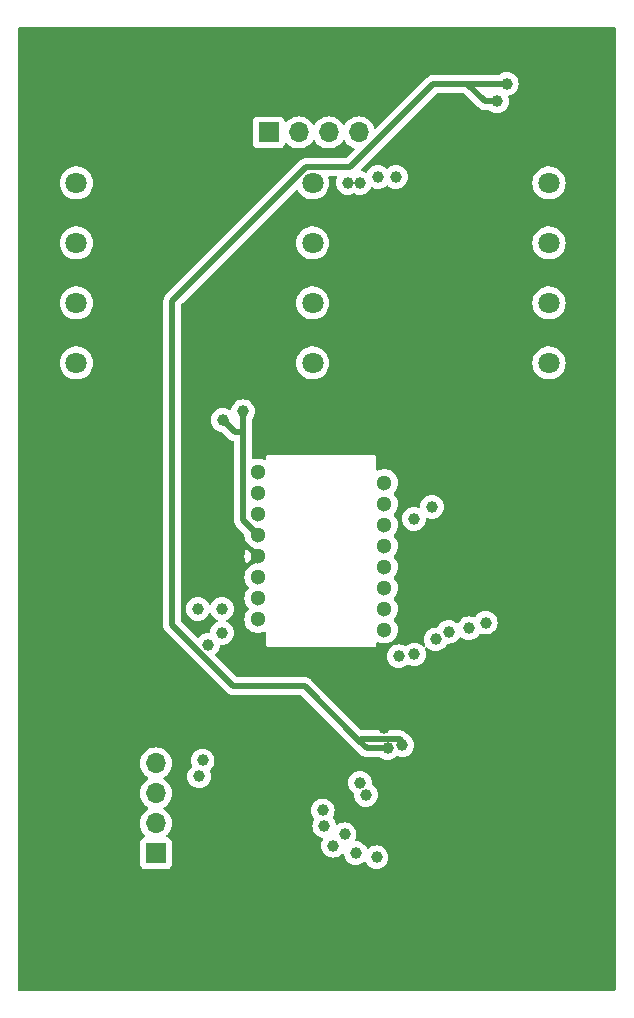
<source format=gbr>
%TF.GenerationSoftware,KiCad,Pcbnew,7.0.8*%
%TF.CreationDate,2024-03-13T16:31:13+02:00*%
%TF.ProjectId,mouse_hardware,6d6f7573-655f-4686-9172-64776172652e,rev?*%
%TF.SameCoordinates,Original*%
%TF.FileFunction,Copper,L2,Inr*%
%TF.FilePolarity,Positive*%
%FSLAX46Y46*%
G04 Gerber Fmt 4.6, Leading zero omitted, Abs format (unit mm)*
G04 Created by KiCad (PCBNEW 7.0.8) date 2024-03-13 16:31:13*
%MOMM*%
%LPD*%
G01*
G04 APERTURE LIST*
%TA.AperFunction,ComponentPad*%
%ADD10C,1.800000*%
%TD*%
%TA.AperFunction,ComponentPad*%
%ADD11R,1.700000X1.700000*%
%TD*%
%TA.AperFunction,ComponentPad*%
%ADD12O,1.700000X1.700000*%
%TD*%
%TA.AperFunction,ComponentPad*%
%ADD13C,1.300000*%
%TD*%
%TA.AperFunction,ViaPad*%
%ADD14C,1.000000*%
%TD*%
%TA.AperFunction,Conductor*%
%ADD15C,0.300000*%
%TD*%
%TA.AperFunction,Conductor*%
%ADD16C,0.500000*%
%TD*%
G04 APERTURE END LIST*
D10*
%TO.N,unconnected-(H2-Pad1)*%
%TO.C,H2*%
X37149000Y-25400000D03*
%TD*%
%TO.N,GND*%
%TO.C,S3*%
X37149000Y-30480000D03*
%TO.N,MIDDLE_CLICK*%
X37149000Y-35560000D03*
%TO.N,unconnected-(S3-NC-Pad3)*%
X37149000Y-40640000D03*
%TD*%
%TO.N,GND*%
%TO.C,S2*%
X57149000Y-30480000D03*
%TO.N,RIGHT_CLICK*%
X57149000Y-35560000D03*
%TO.N,unconnected-(S2-NC-Pad3)*%
X57149000Y-40640000D03*
%TD*%
D11*
%TO.N,+5V*%
%TO.C,J1*%
X33424000Y-21129000D03*
D12*
%TO.N,USBDP*%
X35964000Y-21129000D03*
%TO.N,USBDM*%
X38504000Y-21129000D03*
%TO.N,GND*%
X41044000Y-21129000D03*
%TD*%
D13*
%TO.N,N/C*%
%TO.C,U2*%
X32517000Y-49889000D03*
X32517000Y-51669000D03*
%TO.N,Net-(U2-VDDPIX)*%
X32517000Y-53449000D03*
%TO.N,+2V*%
X32517000Y-55229000D03*
%TO.N,+3V3*%
X32517000Y-57009000D03*
%TO.N,N/C*%
X32517000Y-58789000D03*
%TO.N,NRST*%
X32517000Y-60569000D03*
%TO.N,GND*%
X32517000Y-62349000D03*
%TO.N,MOTION*%
X43217000Y-63239000D03*
%TO.N,SCK*%
X43217000Y-61459000D03*
%TO.N,MOSI*%
X43217000Y-59679000D03*
%TO.N,MISO*%
X43217000Y-57899000D03*
%TO.N,NCS*%
X43217000Y-56119000D03*
%TO.N,N/C*%
X43217000Y-54339000D03*
%TO.N,Net-(U2-LED_P)*%
X43217000Y-52559000D03*
%TO.N,N/C*%
X43217000Y-50779000D03*
%TD*%
D10*
%TO.N,unconnected-(H1-Pad1)*%
%TO.C,H1*%
X57149000Y-25400000D03*
%TD*%
D11*
%TO.N,+5V*%
%TO.C,J2*%
X23866000Y-82156000D03*
D12*
%TO.N,SWDIO*%
X23866000Y-79616000D03*
%TO.N,SWCLK*%
X23866000Y-77076000D03*
%TO.N,GND*%
X23866000Y-74536000D03*
%TD*%
D10*
%TO.N,GND*%
%TO.C,S1*%
X17149000Y-30480000D03*
%TO.N,LEFT_CLICK*%
X17149000Y-35560000D03*
%TO.N,unconnected-(S1-NC-Pad3)*%
X17149000Y-40640000D03*
%TD*%
%TO.N,unconnected-(H3-Pad1)*%
%TO.C,H3*%
X17149000Y-25400000D03*
%TD*%
D14*
%TO.N,+3V3*%
X28956000Y-47752000D03*
X30263041Y-69550000D03*
X13250000Y-18750000D03*
X43750000Y-87000000D03*
X27350000Y-83750000D03*
X43169062Y-71550500D03*
X45350000Y-67925000D03*
X47500000Y-84000000D03*
X27432000Y-48260000D03*
X30450000Y-70925000D03*
X28575000Y-84400000D03*
X46250000Y-83250000D03*
X43110000Y-70480000D03*
X47250000Y-29500000D03*
X27000000Y-29500000D03*
X16600000Y-68375000D03*
X27575000Y-78475000D03*
X15025000Y-46875000D03*
X31100000Y-78025000D03*
X16400000Y-46175000D03*
X44175000Y-69075000D03*
X27750000Y-30750000D03*
X47500000Y-27750000D03*
X18425000Y-68100000D03*
X43500000Y-85750000D03*
X15250000Y-18750000D03*
%TO.N,STATUS_LED*%
X53576000Y-17000000D03*
X43500000Y-73250000D03*
X52750000Y-18500000D03*
X44750000Y-73000000D03*
%TO.N,USBDP*%
X41148000Y-25400000D03*
X40132000Y-25400000D03*
X29464000Y-61468000D03*
X27432000Y-61468000D03*
%TO.N,USBDM*%
X29464000Y-63500000D03*
X28281500Y-64516000D03*
X42672000Y-24892000D03*
X44196000Y-24892000D03*
%TO.N,NRST*%
X40800000Y-82125000D03*
X45720000Y-53848000D03*
X27825000Y-74300000D03*
X47244000Y-52832000D03*
X42550000Y-82500000D03*
X27525000Y-75650000D03*
%TO.N,MISO*%
X51800000Y-62625000D03*
X50375000Y-63100000D03*
X38875000Y-81525000D03*
X39850000Y-80550000D03*
%TO.N,NCS*%
X45750000Y-65325000D03*
X44444188Y-65469188D03*
%TO.N,SCK*%
X41656000Y-77216000D03*
X41148000Y-76200000D03*
%TO.N,MOSI*%
X48675000Y-63400000D03*
X38000000Y-78525000D03*
X47575000Y-64050000D03*
X38125000Y-79850000D03*
%TO.N,+2V*%
X29525000Y-45475000D03*
X31250000Y-44725000D03*
%TD*%
D15*
%TO.N,+3V3*%
X27432000Y-49784000D02*
X28956000Y-48260000D01*
X28956000Y-48260000D02*
X28956000Y-47752000D01*
X27432000Y-49784000D02*
X27432000Y-48260000D01*
X32517000Y-57009000D02*
X27432000Y-51924000D01*
X27432000Y-51924000D02*
X27432000Y-49784000D01*
D16*
%TO.N,STATUS_LED*%
X50250000Y-17000000D02*
X53576000Y-17000000D01*
X44750000Y-72750000D02*
X44750000Y-73000000D01*
X25250000Y-35389811D02*
X36589811Y-24050000D01*
X36460881Y-68000000D02*
X30421997Y-68000000D01*
X41105441Y-72644559D02*
X41250000Y-72500000D01*
X30421997Y-68000000D02*
X25250000Y-62828003D01*
X44500000Y-72500000D02*
X44750000Y-72750000D01*
X47365273Y-17000000D02*
X50250000Y-17000000D01*
X50250000Y-17000000D02*
X51750000Y-18500000D01*
X51750000Y-18500000D02*
X52750000Y-18500000D01*
X41105441Y-72644559D02*
X36460881Y-68000000D01*
X41710881Y-73250000D02*
X41105441Y-72644559D01*
X36589811Y-24050000D02*
X40315273Y-24050000D01*
X25250000Y-62828003D02*
X25250000Y-35389811D01*
X43500000Y-73250000D02*
X41710881Y-73250000D01*
X40315273Y-24050000D02*
X47365273Y-17000000D01*
X41250000Y-72500000D02*
X44500000Y-72500000D01*
%TO.N,+2V*%
X31250000Y-46500000D02*
X30550000Y-46500000D01*
X30550000Y-46500000D02*
X29525000Y-45475000D01*
X31250000Y-46500000D02*
X31250000Y-53962000D01*
X31250000Y-53962000D02*
X32517000Y-55229000D01*
X31250000Y-44725000D02*
X31250000Y-46500000D01*
%TD*%
%TA.AperFunction,Conductor*%
%TO.N,+3V3*%
G36*
X62742539Y-12220185D02*
G01*
X62788294Y-12272989D01*
X62799500Y-12324500D01*
X62799500Y-93675500D01*
X62779815Y-93742539D01*
X62727011Y-93788294D01*
X62675500Y-93799500D01*
X12324500Y-93799500D01*
X12257461Y-93779815D01*
X12211706Y-93727011D01*
X12200500Y-93675500D01*
X12200500Y-79616000D01*
X22510341Y-79616000D01*
X22530936Y-79851403D01*
X22530938Y-79851413D01*
X22592094Y-80079655D01*
X22592096Y-80079659D01*
X22592097Y-80079663D01*
X22632018Y-80165273D01*
X22691965Y-80293830D01*
X22691967Y-80293834D01*
X22734004Y-80353868D01*
X22827501Y-80487396D01*
X22827506Y-80487402D01*
X22949430Y-80609326D01*
X22982915Y-80670649D01*
X22977931Y-80740341D01*
X22936059Y-80796274D01*
X22905083Y-80813189D01*
X22773669Y-80862203D01*
X22773664Y-80862206D01*
X22658455Y-80948452D01*
X22658452Y-80948455D01*
X22572206Y-81063664D01*
X22572202Y-81063671D01*
X22521908Y-81198517D01*
X22515501Y-81258116D01*
X22515501Y-81258123D01*
X22515500Y-81258135D01*
X22515500Y-83053870D01*
X22515501Y-83053876D01*
X22521908Y-83113483D01*
X22572202Y-83248328D01*
X22572206Y-83248335D01*
X22658452Y-83363544D01*
X22658455Y-83363547D01*
X22773664Y-83449793D01*
X22773671Y-83449797D01*
X22908517Y-83500091D01*
X22908516Y-83500091D01*
X22915444Y-83500835D01*
X22968127Y-83506500D01*
X24763872Y-83506499D01*
X24823483Y-83500091D01*
X24958331Y-83449796D01*
X25073546Y-83363546D01*
X25159796Y-83248331D01*
X25210091Y-83113483D01*
X25216500Y-83053873D01*
X25216499Y-81258128D01*
X25210091Y-81198517D01*
X25209222Y-81196188D01*
X25159797Y-81063671D01*
X25159793Y-81063664D01*
X25073547Y-80948455D01*
X25073544Y-80948452D01*
X24958335Y-80862206D01*
X24958328Y-80862202D01*
X24826917Y-80813189D01*
X24770983Y-80771318D01*
X24746566Y-80705853D01*
X24761418Y-80637580D01*
X24782563Y-80609332D01*
X24904495Y-80487401D01*
X25040035Y-80293830D01*
X25139903Y-80079663D01*
X25201063Y-79851408D01*
X25221659Y-79616000D01*
X25201063Y-79380592D01*
X25139903Y-79152337D01*
X25040035Y-78938171D01*
X25020121Y-78909730D01*
X24904494Y-78744597D01*
X24737402Y-78577506D01*
X24737396Y-78577501D01*
X24662417Y-78525000D01*
X36994659Y-78525000D01*
X37013975Y-78721129D01*
X37071188Y-78909733D01*
X37164086Y-79083532D01*
X37164090Y-79083539D01*
X37220552Y-79152337D01*
X37244290Y-79181262D01*
X37254528Y-79193736D01*
X37281841Y-79258045D01*
X37270050Y-79326913D01*
X37268034Y-79330854D01*
X37196187Y-79465271D01*
X37138975Y-79653870D01*
X37119659Y-79850000D01*
X37138975Y-80046129D01*
X37196188Y-80234733D01*
X37289086Y-80408532D01*
X37289090Y-80408539D01*
X37414116Y-80560883D01*
X37566460Y-80685909D01*
X37566467Y-80685913D01*
X37740266Y-80778811D01*
X37740269Y-80778811D01*
X37740273Y-80778814D01*
X37928868Y-80836024D01*
X37928870Y-80836024D01*
X37934698Y-80837792D01*
X37934248Y-80839272D01*
X37989442Y-80868141D01*
X38024019Y-80928856D01*
X38020281Y-80998625D01*
X38012702Y-81015828D01*
X37946188Y-81140268D01*
X37888975Y-81328870D01*
X37869659Y-81525000D01*
X37888975Y-81721129D01*
X37946188Y-81909733D01*
X38039086Y-82083532D01*
X38039090Y-82083539D01*
X38164116Y-82235883D01*
X38316460Y-82360909D01*
X38316467Y-82360913D01*
X38490266Y-82453811D01*
X38490269Y-82453811D01*
X38490273Y-82453814D01*
X38678868Y-82511024D01*
X38875000Y-82530341D01*
X39071132Y-82511024D01*
X39259727Y-82453814D01*
X39433538Y-82360910D01*
X39585883Y-82235883D01*
X39592123Y-82228278D01*
X39649867Y-82188944D01*
X39719711Y-82187071D01*
X39779481Y-82223257D01*
X39810199Y-82286011D01*
X39811381Y-82294787D01*
X39813975Y-82321129D01*
X39871188Y-82509733D01*
X39964086Y-82683532D01*
X39964090Y-82683539D01*
X40089116Y-82835883D01*
X40241460Y-82960909D01*
X40241467Y-82960913D01*
X40415266Y-83053811D01*
X40415269Y-83053811D01*
X40415273Y-83053814D01*
X40603868Y-83111024D01*
X40800000Y-83130341D01*
X40996132Y-83111024D01*
X41184727Y-83053814D01*
X41358538Y-82960910D01*
X41452609Y-82883706D01*
X41516917Y-82856394D01*
X41585784Y-82868184D01*
X41637345Y-82915336D01*
X41640631Y-82921107D01*
X41714086Y-83058532D01*
X41714090Y-83058539D01*
X41839116Y-83210883D01*
X41991460Y-83335909D01*
X41991467Y-83335913D01*
X42165266Y-83428811D01*
X42165269Y-83428811D01*
X42165273Y-83428814D01*
X42353868Y-83486024D01*
X42550000Y-83505341D01*
X42746132Y-83486024D01*
X42934727Y-83428814D01*
X43108538Y-83335910D01*
X43260883Y-83210883D01*
X43385910Y-83058538D01*
X43438094Y-82960908D01*
X43478811Y-82884733D01*
X43478811Y-82884732D01*
X43478814Y-82884727D01*
X43536024Y-82696132D01*
X43555341Y-82500000D01*
X43536024Y-82303868D01*
X43478814Y-82115273D01*
X43478811Y-82115269D01*
X43478811Y-82115266D01*
X43385913Y-81941467D01*
X43385909Y-81941460D01*
X43260883Y-81789116D01*
X43108539Y-81664090D01*
X43108532Y-81664086D01*
X42934733Y-81571188D01*
X42934727Y-81571186D01*
X42746132Y-81513976D01*
X42746129Y-81513975D01*
X42550000Y-81494659D01*
X42353870Y-81513975D01*
X42165266Y-81571188D01*
X41991467Y-81664086D01*
X41991461Y-81664090D01*
X41897390Y-81741292D01*
X41833080Y-81768604D01*
X41764213Y-81756813D01*
X41712653Y-81709660D01*
X41709368Y-81703891D01*
X41635913Y-81566467D01*
X41635909Y-81566460D01*
X41510883Y-81414116D01*
X41358539Y-81289090D01*
X41358532Y-81289086D01*
X41184733Y-81196188D01*
X41184727Y-81196186D01*
X40996132Y-81138976D01*
X40996129Y-81138975D01*
X40870653Y-81126617D01*
X40805866Y-81100456D01*
X40765508Y-81043421D01*
X40762391Y-80973621D01*
X40773454Y-80944754D01*
X40778811Y-80934732D01*
X40778814Y-80934727D01*
X40836024Y-80746132D01*
X40855341Y-80550000D01*
X40836024Y-80353868D01*
X40778814Y-80165273D01*
X40778811Y-80165269D01*
X40778811Y-80165266D01*
X40685913Y-79991467D01*
X40685909Y-79991460D01*
X40560883Y-79839116D01*
X40408539Y-79714090D01*
X40408532Y-79714086D01*
X40234733Y-79621188D01*
X40234727Y-79621186D01*
X40046132Y-79563976D01*
X40046129Y-79563975D01*
X39850000Y-79544659D01*
X39653870Y-79563975D01*
X39465266Y-79621188D01*
X39286089Y-79716961D01*
X39284870Y-79714681D01*
X39228897Y-79732176D01*
X39161527Y-79713656D01*
X39114864Y-79661653D01*
X39108089Y-79644191D01*
X39053813Y-79465271D01*
X38960913Y-79291467D01*
X38960909Y-79291460D01*
X38870471Y-79181262D01*
X38843158Y-79116952D01*
X38854949Y-79048085D01*
X38856941Y-79044190D01*
X38928814Y-78909727D01*
X38986024Y-78721132D01*
X39005341Y-78525000D01*
X38986024Y-78328868D01*
X38928814Y-78140273D01*
X38928811Y-78140269D01*
X38928811Y-78140266D01*
X38835913Y-77966467D01*
X38835909Y-77966460D01*
X38710883Y-77814116D01*
X38558539Y-77689090D01*
X38558532Y-77689086D01*
X38384733Y-77596188D01*
X38384727Y-77596186D01*
X38198397Y-77539663D01*
X38196129Y-77538975D01*
X38000000Y-77519659D01*
X37803870Y-77538975D01*
X37615266Y-77596188D01*
X37441467Y-77689086D01*
X37441460Y-77689090D01*
X37289116Y-77814116D01*
X37164090Y-77966460D01*
X37164086Y-77966467D01*
X37071188Y-78140266D01*
X37013975Y-78328870D01*
X36994659Y-78525000D01*
X24662417Y-78525000D01*
X24551842Y-78447575D01*
X24508217Y-78392998D01*
X24501023Y-78323500D01*
X24532546Y-78261145D01*
X24551842Y-78244425D01*
X24612397Y-78202024D01*
X24737401Y-78114495D01*
X24904495Y-77947401D01*
X25040035Y-77753830D01*
X25139903Y-77539663D01*
X25201063Y-77311408D01*
X25221659Y-77076000D01*
X25218151Y-77035910D01*
X25201063Y-76840596D01*
X25201063Y-76840592D01*
X25151426Y-76655341D01*
X25139905Y-76612344D01*
X25139904Y-76612343D01*
X25139903Y-76612337D01*
X25040035Y-76398171D01*
X25038608Y-76396132D01*
X24904494Y-76204597D01*
X24737402Y-76037506D01*
X24737396Y-76037501D01*
X24551842Y-75907575D01*
X24508217Y-75852998D01*
X24501023Y-75783500D01*
X24532546Y-75721145D01*
X24551842Y-75704425D01*
X24629569Y-75650000D01*
X26519659Y-75650000D01*
X26538975Y-75846129D01*
X26596188Y-76034733D01*
X26689086Y-76208532D01*
X26689090Y-76208539D01*
X26814116Y-76360883D01*
X26966460Y-76485909D01*
X26966467Y-76485913D01*
X27140266Y-76578811D01*
X27140269Y-76578811D01*
X27140273Y-76578814D01*
X27328868Y-76636024D01*
X27525000Y-76655341D01*
X27721132Y-76636024D01*
X27909727Y-76578814D01*
X28083538Y-76485910D01*
X28235883Y-76360883D01*
X28360910Y-76208538D01*
X28365474Y-76200000D01*
X40142659Y-76200000D01*
X40161975Y-76396129D01*
X40181046Y-76458997D01*
X40217391Y-76578811D01*
X40219188Y-76584733D01*
X40312086Y-76758532D01*
X40312090Y-76758539D01*
X40437116Y-76910883D01*
X40589460Y-77035909D01*
X40589466Y-77035913D01*
X40591371Y-77036931D01*
X40592182Y-77037728D01*
X40594529Y-77039296D01*
X40594231Y-77039740D01*
X40641218Y-77085890D01*
X40656683Y-77154027D01*
X40656327Y-77158445D01*
X40650659Y-77215999D01*
X40669975Y-77412129D01*
X40669976Y-77412132D01*
X40725808Y-77596186D01*
X40727188Y-77600733D01*
X40820086Y-77774532D01*
X40820090Y-77774539D01*
X40945116Y-77926883D01*
X41097460Y-78051909D01*
X41097467Y-78051913D01*
X41271266Y-78144811D01*
X41271269Y-78144811D01*
X41271273Y-78144814D01*
X41459868Y-78202024D01*
X41656000Y-78221341D01*
X41852132Y-78202024D01*
X42040727Y-78144814D01*
X42214538Y-78051910D01*
X42366883Y-77926883D01*
X42491910Y-77774538D01*
X42584814Y-77600727D01*
X42642024Y-77412132D01*
X42661341Y-77216000D01*
X42642024Y-77019868D01*
X42584814Y-76831273D01*
X42584811Y-76831269D01*
X42584811Y-76831266D01*
X42491913Y-76657467D01*
X42491909Y-76657460D01*
X42366883Y-76505116D01*
X42214538Y-76380089D01*
X42214534Y-76380087D01*
X42212611Y-76379059D01*
X42211794Y-76378256D01*
X42209478Y-76376709D01*
X42209771Y-76376269D01*
X42162771Y-76330092D01*
X42147318Y-76261953D01*
X42147672Y-76257552D01*
X42153341Y-76200000D01*
X42134024Y-76003868D01*
X42076814Y-75815273D01*
X42076811Y-75815269D01*
X42076811Y-75815266D01*
X41983913Y-75641467D01*
X41983909Y-75641460D01*
X41858883Y-75489116D01*
X41706539Y-75364090D01*
X41706532Y-75364086D01*
X41532733Y-75271188D01*
X41532727Y-75271186D01*
X41344132Y-75213976D01*
X41344129Y-75213975D01*
X41148000Y-75194659D01*
X40951870Y-75213975D01*
X40763266Y-75271188D01*
X40589467Y-75364086D01*
X40589460Y-75364090D01*
X40437116Y-75489116D01*
X40312090Y-75641460D01*
X40312086Y-75641467D01*
X40219188Y-75815266D01*
X40161975Y-76003870D01*
X40142659Y-76200000D01*
X28365474Y-76200000D01*
X28453814Y-76034727D01*
X28511024Y-75846132D01*
X28530341Y-75650000D01*
X28511024Y-75453868D01*
X28453814Y-75265273D01*
X28432293Y-75225011D01*
X28418052Y-75156611D01*
X28443051Y-75091367D01*
X28462986Y-75070707D01*
X28535883Y-75010883D01*
X28660910Y-74858538D01*
X28753814Y-74684727D01*
X28811024Y-74496132D01*
X28830341Y-74300000D01*
X28811024Y-74103868D01*
X28753814Y-73915273D01*
X28753811Y-73915269D01*
X28753811Y-73915266D01*
X28660913Y-73741467D01*
X28660909Y-73741460D01*
X28535883Y-73589116D01*
X28383539Y-73464090D01*
X28383532Y-73464086D01*
X28209733Y-73371188D01*
X28209727Y-73371186D01*
X28021132Y-73313976D01*
X28021129Y-73313975D01*
X27825000Y-73294659D01*
X27628870Y-73313975D01*
X27440266Y-73371188D01*
X27266467Y-73464086D01*
X27266460Y-73464090D01*
X27114116Y-73589116D01*
X26989090Y-73741460D01*
X26989086Y-73741467D01*
X26896188Y-73915266D01*
X26838975Y-74103870D01*
X26819659Y-74300000D01*
X26838975Y-74496129D01*
X26838976Y-74496132D01*
X26896186Y-74684727D01*
X26896187Y-74684730D01*
X26896188Y-74684731D01*
X26917705Y-74724988D01*
X26931946Y-74793391D01*
X26906945Y-74858635D01*
X26887012Y-74879292D01*
X26814114Y-74939118D01*
X26689090Y-75091460D01*
X26689086Y-75091467D01*
X26596188Y-75265266D01*
X26538975Y-75453870D01*
X26519659Y-75650000D01*
X24629569Y-75650000D01*
X24641765Y-75641460D01*
X24737401Y-75574495D01*
X24904495Y-75407401D01*
X25040035Y-75213830D01*
X25139903Y-74999663D01*
X25201063Y-74771408D01*
X25221659Y-74536000D01*
X25201063Y-74300592D01*
X25139903Y-74072337D01*
X25040035Y-73858171D01*
X25021659Y-73831926D01*
X24904494Y-73664597D01*
X24737402Y-73497506D01*
X24737395Y-73497501D01*
X24543834Y-73361967D01*
X24543830Y-73361965D01*
X24543828Y-73361964D01*
X24329663Y-73262097D01*
X24329659Y-73262096D01*
X24329655Y-73262094D01*
X24101413Y-73200938D01*
X24101403Y-73200936D01*
X23866001Y-73180341D01*
X23865999Y-73180341D01*
X23630596Y-73200936D01*
X23630586Y-73200938D01*
X23402344Y-73262094D01*
X23402335Y-73262098D01*
X23188171Y-73361964D01*
X23188169Y-73361965D01*
X22994597Y-73497505D01*
X22827505Y-73664597D01*
X22691965Y-73858169D01*
X22691964Y-73858171D01*
X22592098Y-74072335D01*
X22592094Y-74072344D01*
X22530938Y-74300586D01*
X22530936Y-74300596D01*
X22510341Y-74535999D01*
X22510341Y-74536000D01*
X22530936Y-74771403D01*
X22530938Y-74771413D01*
X22592094Y-74999655D01*
X22592096Y-74999659D01*
X22592097Y-74999663D01*
X22665283Y-75156611D01*
X22691965Y-75213830D01*
X22691967Y-75213834D01*
X22827501Y-75407395D01*
X22827506Y-75407402D01*
X22994597Y-75574493D01*
X22994603Y-75574498D01*
X23180158Y-75704425D01*
X23223783Y-75759002D01*
X23230977Y-75828500D01*
X23199454Y-75890855D01*
X23180158Y-75907575D01*
X22994597Y-76037505D01*
X22827505Y-76204597D01*
X22691965Y-76398169D01*
X22691964Y-76398171D01*
X22592098Y-76612335D01*
X22592094Y-76612344D01*
X22530938Y-76840586D01*
X22530936Y-76840596D01*
X22510341Y-77075999D01*
X22510341Y-77076000D01*
X22530936Y-77311403D01*
X22530938Y-77311413D01*
X22592094Y-77539655D01*
X22592096Y-77539659D01*
X22592097Y-77539663D01*
X22661774Y-77689086D01*
X22691965Y-77753830D01*
X22691967Y-77753834D01*
X22827501Y-77947395D01*
X22827506Y-77947402D01*
X22994597Y-78114493D01*
X22994603Y-78114498D01*
X23180158Y-78244425D01*
X23223783Y-78299002D01*
X23230977Y-78368500D01*
X23199454Y-78430855D01*
X23180158Y-78447575D01*
X22994597Y-78577505D01*
X22827505Y-78744597D01*
X22691965Y-78938169D01*
X22691964Y-78938171D01*
X22592098Y-79152335D01*
X22592094Y-79152344D01*
X22530938Y-79380586D01*
X22530936Y-79380596D01*
X22510341Y-79615999D01*
X22510341Y-79616000D01*
X12200500Y-79616000D01*
X12200500Y-62806028D01*
X24494710Y-62806028D01*
X24499264Y-62858067D01*
X24499500Y-62863473D01*
X24499500Y-62871712D01*
X24503306Y-62904277D01*
X24510000Y-62980794D01*
X24511461Y-62987870D01*
X24511403Y-62987881D01*
X24513034Y-62995240D01*
X24513092Y-62995227D01*
X24514757Y-63002253D01*
X24541025Y-63074427D01*
X24565185Y-63147334D01*
X24568236Y-63153877D01*
X24568182Y-63153901D01*
X24571470Y-63160691D01*
X24571521Y-63160666D01*
X24574761Y-63167116D01*
X24574762Y-63167117D01*
X24574763Y-63167120D01*
X24585562Y-63183539D01*
X24616965Y-63231286D01*
X24657287Y-63296658D01*
X24661766Y-63302322D01*
X24661719Y-63302359D01*
X24666482Y-63308205D01*
X24666528Y-63308167D01*
X24671173Y-63313703D01*
X24727018Y-63366389D01*
X29846264Y-68485634D01*
X29858045Y-68499266D01*
X29872387Y-68518530D01*
X29912417Y-68552119D01*
X29916389Y-68555759D01*
X29922220Y-68561590D01*
X29922219Y-68561590D01*
X29947941Y-68581927D01*
X30006783Y-68631302D01*
X30006791Y-68631306D01*
X30012821Y-68635273D01*
X30012787Y-68635323D01*
X30019134Y-68639366D01*
X30019166Y-68639316D01*
X30025315Y-68643108D01*
X30025317Y-68643109D01*
X30025320Y-68643111D01*
X30094927Y-68675569D01*
X30163564Y-68710040D01*
X30163573Y-68710042D01*
X30170352Y-68712510D01*
X30170331Y-68712567D01*
X30177448Y-68715040D01*
X30177467Y-68714984D01*
X30184327Y-68717257D01*
X30259529Y-68732784D01*
X30334276Y-68750500D01*
X30334285Y-68750500D01*
X30341449Y-68751338D01*
X30341442Y-68751397D01*
X30348943Y-68752163D01*
X30348949Y-68752104D01*
X30356137Y-68752733D01*
X30356140Y-68752732D01*
X30356141Y-68752733D01*
X30432895Y-68750500D01*
X36098651Y-68750500D01*
X36165690Y-68770185D01*
X36186332Y-68786819D01*
X40558037Y-73158523D01*
X40560512Y-73161146D01*
X40595923Y-73200937D01*
X40603115Y-73209018D01*
X40612300Y-73215449D01*
X40628858Y-73229343D01*
X41135148Y-73735634D01*
X41146929Y-73749266D01*
X41161271Y-73768530D01*
X41201301Y-73802119D01*
X41205273Y-73805759D01*
X41211104Y-73811590D01*
X41236823Y-73831926D01*
X41295664Y-73881300D01*
X41301706Y-73885274D01*
X41301672Y-73885324D01*
X41308028Y-73889373D01*
X41308061Y-73889321D01*
X41314206Y-73893112D01*
X41361716Y-73915266D01*
X41383802Y-73925565D01*
X41452448Y-73960040D01*
X41452450Y-73960040D01*
X41459238Y-73962511D01*
X41459217Y-73962568D01*
X41466332Y-73965040D01*
X41466351Y-73964984D01*
X41473211Y-73967257D01*
X41548413Y-73982784D01*
X41623160Y-74000500D01*
X41623169Y-74000500D01*
X41630333Y-74001338D01*
X41630326Y-74001397D01*
X41637827Y-74002163D01*
X41637833Y-74002104D01*
X41645021Y-74002733D01*
X41645024Y-74002732D01*
X41645025Y-74002733D01*
X41721779Y-74000500D01*
X42793022Y-74000500D01*
X42860061Y-74020185D01*
X42871687Y-74028647D01*
X42941460Y-74085909D01*
X42941467Y-74085913D01*
X43115266Y-74178811D01*
X43115269Y-74178811D01*
X43115273Y-74178814D01*
X43303868Y-74236024D01*
X43500000Y-74255341D01*
X43696132Y-74236024D01*
X43884727Y-74178814D01*
X44058538Y-74085910D01*
X44210883Y-73960883D01*
X44211690Y-73959899D01*
X44212243Y-73959522D01*
X44215191Y-73956575D01*
X44215749Y-73957133D01*
X44269431Y-73920563D01*
X44339276Y-73918688D01*
X44359562Y-73926670D01*
X44359641Y-73926482D01*
X44365260Y-73928809D01*
X44365268Y-73928811D01*
X44365273Y-73928814D01*
X44553868Y-73986024D01*
X44750000Y-74005341D01*
X44946132Y-73986024D01*
X45134727Y-73928814D01*
X45134737Y-73928809D01*
X45223748Y-73881231D01*
X45308538Y-73835910D01*
X45460883Y-73710883D01*
X45585910Y-73558538D01*
X45678814Y-73384727D01*
X45736024Y-73196132D01*
X45755341Y-73000000D01*
X45736024Y-72803868D01*
X45678814Y-72615273D01*
X45678811Y-72615269D01*
X45678811Y-72615266D01*
X45585913Y-72441467D01*
X45585909Y-72441460D01*
X45460883Y-72289116D01*
X45308539Y-72164090D01*
X45308532Y-72164086D01*
X45146282Y-72077362D01*
X45117055Y-72055686D01*
X45075729Y-72014361D01*
X45063945Y-72000726D01*
X45049611Y-71981472D01*
X45049610Y-71981470D01*
X45009593Y-71947892D01*
X45005605Y-71944238D01*
X44999781Y-71938413D01*
X44999780Y-71938412D01*
X44999777Y-71938409D01*
X44991539Y-71931895D01*
X44974041Y-71918059D01*
X44949777Y-71897700D01*
X44915214Y-71868698D01*
X44915210Y-71868696D01*
X44915209Y-71868695D01*
X44909180Y-71864729D01*
X44909212Y-71864680D01*
X44902853Y-71860628D01*
X44902822Y-71860679D01*
X44896680Y-71856891D01*
X44896678Y-71856890D01*
X44896677Y-71856889D01*
X44857474Y-71838608D01*
X44827058Y-71824424D01*
X44792894Y-71807267D01*
X44758433Y-71789960D01*
X44758431Y-71789959D01*
X44758430Y-71789959D01*
X44751645Y-71787489D01*
X44751665Y-71787433D01*
X44744549Y-71784959D01*
X44744531Y-71785015D01*
X44737671Y-71782742D01*
X44709841Y-71776996D01*
X44662434Y-71767207D01*
X44613472Y-71755603D01*
X44587719Y-71749499D01*
X44580547Y-71748661D01*
X44580553Y-71748601D01*
X44573055Y-71747835D01*
X44573050Y-71747895D01*
X44565860Y-71747265D01*
X44489083Y-71749500D01*
X41323112Y-71749500D01*
X41256073Y-71729815D01*
X41235431Y-71713181D01*
X37036610Y-67514361D01*
X37024830Y-67500730D01*
X37017363Y-67490701D01*
X37010493Y-67481472D01*
X37010491Y-67481470D01*
X36970468Y-67447886D01*
X36966493Y-67444244D01*
X36963571Y-67441322D01*
X36960661Y-67438411D01*
X36934921Y-67418059D01*
X36876090Y-67368694D01*
X36870061Y-67364729D01*
X36870093Y-67364680D01*
X36863734Y-67360628D01*
X36863703Y-67360679D01*
X36857561Y-67356891D01*
X36857559Y-67356890D01*
X36857558Y-67356889D01*
X36818355Y-67338608D01*
X36787939Y-67324424D01*
X36753775Y-67307267D01*
X36719314Y-67289960D01*
X36719312Y-67289959D01*
X36719311Y-67289959D01*
X36712526Y-67287489D01*
X36712546Y-67287433D01*
X36705430Y-67284959D01*
X36705412Y-67285015D01*
X36698552Y-67282742D01*
X36670722Y-67276996D01*
X36623315Y-67267207D01*
X36574353Y-67255603D01*
X36548600Y-67249499D01*
X36541428Y-67248661D01*
X36541434Y-67248601D01*
X36533936Y-67247835D01*
X36533931Y-67247895D01*
X36526741Y-67247265D01*
X36449964Y-67249500D01*
X30784227Y-67249500D01*
X30717188Y-67229815D01*
X30696546Y-67213181D01*
X28952553Y-65469188D01*
X43438847Y-65469188D01*
X43458163Y-65665317D01*
X43515376Y-65853921D01*
X43608274Y-66027720D01*
X43608278Y-66027727D01*
X43733304Y-66180071D01*
X43885648Y-66305097D01*
X43885655Y-66305101D01*
X44059454Y-66397999D01*
X44059457Y-66397999D01*
X44059461Y-66398002D01*
X44248056Y-66455212D01*
X44444188Y-66474529D01*
X44640320Y-66455212D01*
X44828915Y-66398002D01*
X45002726Y-66305098D01*
X45119516Y-66209249D01*
X45183824Y-66181937D01*
X45252692Y-66193728D01*
X45256633Y-66195745D01*
X45365267Y-66253811D01*
X45365273Y-66253814D01*
X45553868Y-66311024D01*
X45750000Y-66330341D01*
X45946132Y-66311024D01*
X46134727Y-66253814D01*
X46308538Y-66160910D01*
X46460883Y-66035883D01*
X46585910Y-65883538D01*
X46678814Y-65709727D01*
X46736024Y-65521132D01*
X46755341Y-65325000D01*
X46736024Y-65128868D01*
X46678814Y-64940273D01*
X46651202Y-64888616D01*
X46636961Y-64820214D01*
X46661961Y-64754970D01*
X46718265Y-64713599D01*
X46787999Y-64709237D01*
X46849021Y-64743267D01*
X46856413Y-64751497D01*
X46864115Y-64760882D01*
X47016460Y-64885909D01*
X47016467Y-64885913D01*
X47190266Y-64978811D01*
X47190269Y-64978811D01*
X47190273Y-64978814D01*
X47378868Y-65036024D01*
X47575000Y-65055341D01*
X47771132Y-65036024D01*
X47959727Y-64978814D01*
X48133538Y-64885910D01*
X48285883Y-64760883D01*
X48410910Y-64608538D01*
X48488241Y-64463861D01*
X48537200Y-64414020D01*
X48605338Y-64398559D01*
X48609721Y-64398911D01*
X48675000Y-64405341D01*
X48871132Y-64386024D01*
X49059727Y-64328814D01*
X49233538Y-64235910D01*
X49385883Y-64110883D01*
X49510910Y-63958538D01*
X49541256Y-63901763D01*
X49590217Y-63851919D01*
X49658355Y-63836457D01*
X49724035Y-63860287D01*
X49729280Y-63864362D01*
X49816460Y-63935909D01*
X49816467Y-63935913D01*
X49990266Y-64028811D01*
X49990269Y-64028811D01*
X49990273Y-64028814D01*
X50178868Y-64086024D01*
X50375000Y-64105341D01*
X50571132Y-64086024D01*
X50759727Y-64028814D01*
X50933538Y-63935910D01*
X51085883Y-63810883D01*
X51210910Y-63658538D01*
X51241406Y-63601482D01*
X51290366Y-63551639D01*
X51358504Y-63536177D01*
X51409219Y-63550578D01*
X51415273Y-63553814D01*
X51603868Y-63611024D01*
X51800000Y-63630341D01*
X51996132Y-63611024D01*
X52184727Y-63553814D01*
X52188797Y-63551639D01*
X52358532Y-63460913D01*
X52358538Y-63460910D01*
X52510883Y-63335883D01*
X52635910Y-63183538D01*
X52706708Y-63051085D01*
X52728811Y-63009733D01*
X52728811Y-63009732D01*
X52728814Y-63009727D01*
X52786024Y-62821132D01*
X52805341Y-62625000D01*
X52786024Y-62428868D01*
X52728814Y-62240273D01*
X52728811Y-62240269D01*
X52728811Y-62240266D01*
X52635913Y-62066467D01*
X52635909Y-62066460D01*
X52510883Y-61914116D01*
X52358539Y-61789090D01*
X52358532Y-61789086D01*
X52184733Y-61696188D01*
X52184727Y-61696186D01*
X51996132Y-61638976D01*
X51996129Y-61638975D01*
X51800000Y-61619659D01*
X51603870Y-61638975D01*
X51415266Y-61696188D01*
X51241467Y-61789086D01*
X51241460Y-61789090D01*
X51089116Y-61914116D01*
X50964092Y-62066458D01*
X50933593Y-62123518D01*
X50884630Y-62173362D01*
X50816492Y-62188822D01*
X50765781Y-62174422D01*
X50759730Y-62171187D01*
X50571129Y-62113975D01*
X50375000Y-62094659D01*
X50178870Y-62113975D01*
X49990266Y-62171188D01*
X49816467Y-62264086D01*
X49816460Y-62264090D01*
X49664116Y-62389116D01*
X49539090Y-62541460D01*
X49539085Y-62541467D01*
X49508742Y-62598237D01*
X49459780Y-62648082D01*
X49391642Y-62663542D01*
X49325962Y-62639710D01*
X49320719Y-62635637D01*
X49233539Y-62564091D01*
X49233532Y-62564086D01*
X49059733Y-62471188D01*
X49059727Y-62471186D01*
X48871132Y-62413976D01*
X48871129Y-62413975D01*
X48675000Y-62394659D01*
X48478870Y-62413975D01*
X48290266Y-62471188D01*
X48116467Y-62564086D01*
X48116460Y-62564090D01*
X47964116Y-62689116D01*
X47839090Y-62841460D01*
X47839088Y-62841463D01*
X47761759Y-62986136D01*
X47712796Y-63035980D01*
X47644659Y-63051440D01*
X47640248Y-63051085D01*
X47575000Y-63044659D01*
X47378870Y-63063975D01*
X47190266Y-63121188D01*
X47016467Y-63214086D01*
X47016460Y-63214090D01*
X46864116Y-63339116D01*
X46739090Y-63491460D01*
X46739086Y-63491467D01*
X46646188Y-63665266D01*
X46588975Y-63853870D01*
X46569659Y-64050000D01*
X46588975Y-64246129D01*
X46588976Y-64246132D01*
X46644391Y-64428811D01*
X46646188Y-64434733D01*
X46673796Y-64486383D01*
X46688038Y-64554786D01*
X46663038Y-64620030D01*
X46606733Y-64661400D01*
X46536999Y-64665762D01*
X46475978Y-64631731D01*
X46468585Y-64623501D01*
X46460883Y-64614116D01*
X46308539Y-64489090D01*
X46308532Y-64489086D01*
X46134733Y-64396188D01*
X46134727Y-64396186D01*
X45946132Y-64338976D01*
X45946129Y-64338975D01*
X45750000Y-64319659D01*
X45553870Y-64338975D01*
X45365266Y-64396188D01*
X45191467Y-64489086D01*
X45191460Y-64489090D01*
X45074672Y-64584937D01*
X45010362Y-64612250D01*
X44941494Y-64600459D01*
X44937554Y-64598442D01*
X44828921Y-64540376D01*
X44828915Y-64540374D01*
X44659842Y-64489086D01*
X44640317Y-64483163D01*
X44444188Y-64463847D01*
X44248058Y-64483163D01*
X44059454Y-64540376D01*
X43885655Y-64633274D01*
X43885648Y-64633278D01*
X43733304Y-64758304D01*
X43608278Y-64910648D01*
X43608274Y-64910655D01*
X43515376Y-65084454D01*
X43458163Y-65273058D01*
X43438847Y-65469188D01*
X28952553Y-65469188D01*
X28934163Y-65450798D01*
X28900678Y-65389475D01*
X28905662Y-65319783D01*
X28943180Y-65267263D01*
X28992383Y-65226883D01*
X29117410Y-65074538D01*
X29189178Y-64940269D01*
X29210311Y-64900733D01*
X29210311Y-64900732D01*
X29210314Y-64900727D01*
X29267524Y-64712132D01*
X29277428Y-64611563D01*
X29303588Y-64546779D01*
X29360622Y-64506419D01*
X29412983Y-64500316D01*
X29464000Y-64505341D01*
X29660132Y-64486024D01*
X29848727Y-64428814D01*
X30022538Y-64335910D01*
X30174883Y-64210883D01*
X30299910Y-64058538D01*
X30353936Y-63957462D01*
X30392811Y-63884733D01*
X30392811Y-63884732D01*
X30392814Y-63884727D01*
X30450024Y-63696132D01*
X30469341Y-63500000D01*
X30450024Y-63303868D01*
X30392814Y-63115273D01*
X30392811Y-63115269D01*
X30392811Y-63115266D01*
X30299913Y-62941467D01*
X30299909Y-62941460D01*
X30174883Y-62789116D01*
X30022539Y-62664090D01*
X30022532Y-62664086D01*
X29890209Y-62593358D01*
X29840365Y-62544396D01*
X29824904Y-62476258D01*
X29848736Y-62410579D01*
X29890209Y-62374642D01*
X29989047Y-62321811D01*
X30022538Y-62303910D01*
X30174883Y-62178883D01*
X30299910Y-62026538D01*
X30380165Y-61876392D01*
X30392811Y-61852733D01*
X30392811Y-61852732D01*
X30392814Y-61852727D01*
X30450024Y-61664132D01*
X30469341Y-61468000D01*
X30450024Y-61271868D01*
X30392814Y-61083273D01*
X30392811Y-61083269D01*
X30392811Y-61083266D01*
X30299913Y-60909467D01*
X30299909Y-60909460D01*
X30174883Y-60757116D01*
X30022539Y-60632090D01*
X30022532Y-60632086D01*
X29848733Y-60539188D01*
X29848727Y-60539186D01*
X29660132Y-60481976D01*
X29660129Y-60481975D01*
X29464000Y-60462659D01*
X29267870Y-60481975D01*
X29079266Y-60539188D01*
X28905467Y-60632086D01*
X28905460Y-60632090D01*
X28753116Y-60757116D01*
X28628090Y-60909460D01*
X28628085Y-60909467D01*
X28557358Y-61041790D01*
X28508396Y-61091635D01*
X28440258Y-61107095D01*
X28374578Y-61083263D01*
X28338642Y-61041790D01*
X28267914Y-60909467D01*
X28267909Y-60909460D01*
X28142883Y-60757116D01*
X27990539Y-60632090D01*
X27990532Y-60632086D01*
X27816733Y-60539188D01*
X27816727Y-60539186D01*
X27628132Y-60481976D01*
X27628129Y-60481975D01*
X27432000Y-60462659D01*
X27235870Y-60481975D01*
X27047266Y-60539188D01*
X26873467Y-60632086D01*
X26873460Y-60632090D01*
X26721116Y-60757116D01*
X26596090Y-60909460D01*
X26596086Y-60909467D01*
X26503188Y-61083266D01*
X26445975Y-61271870D01*
X26426659Y-61468000D01*
X26445975Y-61664129D01*
X26455700Y-61696188D01*
X26500649Y-61844365D01*
X26503188Y-61852733D01*
X26596086Y-62026532D01*
X26596090Y-62026539D01*
X26721116Y-62178883D01*
X26873460Y-62303909D01*
X26873467Y-62303913D01*
X27047266Y-62396811D01*
X27047269Y-62396811D01*
X27047273Y-62396814D01*
X27235868Y-62454024D01*
X27432000Y-62473341D01*
X27628132Y-62454024D01*
X27816727Y-62396814D01*
X27846452Y-62380926D01*
X27906182Y-62348999D01*
X27990538Y-62303910D01*
X28142883Y-62178883D01*
X28267910Y-62026538D01*
X28318653Y-61931605D01*
X28338642Y-61894209D01*
X28387604Y-61844365D01*
X28455742Y-61828904D01*
X28521421Y-61852736D01*
X28557358Y-61894209D01*
X28628086Y-62026532D01*
X28628090Y-62026539D01*
X28753116Y-62178883D01*
X28905460Y-62303909D01*
X28905467Y-62303914D01*
X29037790Y-62374642D01*
X29087635Y-62423604D01*
X29103095Y-62491742D01*
X29079263Y-62557422D01*
X29037790Y-62593358D01*
X28905467Y-62664085D01*
X28905460Y-62664090D01*
X28753116Y-62789116D01*
X28628090Y-62941460D01*
X28628086Y-62941467D01*
X28535188Y-63115266D01*
X28477975Y-63303870D01*
X28468071Y-63404434D01*
X28441910Y-63469221D01*
X28384876Y-63509580D01*
X28332515Y-63515683D01*
X28281500Y-63510659D01*
X28085370Y-63529975D01*
X27896766Y-63587188D01*
X27722967Y-63680086D01*
X27722960Y-63680090D01*
X27570615Y-63805117D01*
X27530234Y-63854321D01*
X27472487Y-63893655D01*
X27402643Y-63895524D01*
X27346701Y-63863336D01*
X26036819Y-62553454D01*
X26003334Y-62492131D01*
X26000500Y-62465773D01*
X26000500Y-57009000D01*
X31362073Y-57009000D01*
X31381737Y-57221216D01*
X31381738Y-57221219D01*
X31440058Y-57426196D01*
X31440066Y-57426216D01*
X31535060Y-57616990D01*
X31543834Y-57628609D01*
X31543835Y-57628609D01*
X32163446Y-57009000D01*
X31543835Y-56389389D01*
X31535056Y-56401015D01*
X31440066Y-56591783D01*
X31440058Y-56591803D01*
X31381738Y-56796780D01*
X31381737Y-56796783D01*
X31362073Y-57008999D01*
X31362073Y-57009000D01*
X26000500Y-57009000D01*
X26000500Y-45475000D01*
X28519659Y-45475000D01*
X28538975Y-45671129D01*
X28596188Y-45859733D01*
X28689086Y-46033532D01*
X28689090Y-46033539D01*
X28814116Y-46185883D01*
X28966460Y-46310909D01*
X28966467Y-46310913D01*
X29140266Y-46403811D01*
X29140269Y-46403811D01*
X29140273Y-46403814D01*
X29328868Y-46461024D01*
X29418697Y-46469871D01*
X29483485Y-46496031D01*
X29494225Y-46505593D01*
X29974270Y-46985638D01*
X29986051Y-46999270D01*
X30000388Y-47018528D01*
X30040409Y-47052111D01*
X30044397Y-47055766D01*
X30050216Y-47061585D01*
X30050220Y-47061588D01*
X30050223Y-47061591D01*
X30075959Y-47081940D01*
X30134786Y-47131302D01*
X30134787Y-47131302D01*
X30134789Y-47131304D01*
X30140818Y-47135270D01*
X30140785Y-47135319D01*
X30147147Y-47139372D01*
X30147179Y-47139321D01*
X30153319Y-47143108D01*
X30153323Y-47143111D01*
X30188132Y-47159343D01*
X30222941Y-47175575D01*
X30291565Y-47210039D01*
X30291567Y-47210040D01*
X30291569Y-47210040D01*
X30298357Y-47212511D01*
X30298336Y-47212567D01*
X30305457Y-47215043D01*
X30305476Y-47214986D01*
X30312319Y-47217253D01*
X30312327Y-47217257D01*
X30312334Y-47217258D01*
X30312336Y-47217259D01*
X30387561Y-47232792D01*
X30399531Y-47235628D01*
X30404090Y-47236708D01*
X30464784Y-47271318D01*
X30497132Y-47333249D01*
X30499500Y-47357367D01*
X30499500Y-53898294D01*
X30498191Y-53916263D01*
X30494710Y-53940025D01*
X30499264Y-53992064D01*
X30499500Y-53997470D01*
X30499500Y-54005709D01*
X30501211Y-54020353D01*
X30503306Y-54038274D01*
X30510000Y-54114791D01*
X30511461Y-54121867D01*
X30511403Y-54121878D01*
X30513034Y-54129237D01*
X30513092Y-54129224D01*
X30514757Y-54136250D01*
X30541025Y-54208424D01*
X30565185Y-54281331D01*
X30568236Y-54287874D01*
X30568182Y-54287898D01*
X30571470Y-54294688D01*
X30571521Y-54294663D01*
X30574761Y-54301113D01*
X30574762Y-54301114D01*
X30574763Y-54301117D01*
X30599678Y-54338999D01*
X30616965Y-54365283D01*
X30657287Y-54430655D01*
X30661766Y-54436319D01*
X30661719Y-54436356D01*
X30666482Y-54442202D01*
X30666528Y-54442164D01*
X30671173Y-54447700D01*
X30727018Y-54500386D01*
X31328386Y-55101754D01*
X31361871Y-55163077D01*
X31364176Y-55200872D01*
X31361571Y-55228994D01*
X31361571Y-55229000D01*
X31381244Y-55441310D01*
X31439596Y-55646392D01*
X31439596Y-55646394D01*
X31534632Y-55837253D01*
X31587069Y-55906690D01*
X31663128Y-56007407D01*
X31820698Y-56151052D01*
X32001981Y-56263298D01*
X32178163Y-56331550D01*
X32221049Y-56359496D01*
X32520553Y-56659000D01*
X32487995Y-56659000D01*
X32401784Y-56673386D01*
X32299053Y-56728981D01*
X32219940Y-56814921D01*
X32173018Y-56921892D01*
X32163372Y-57038302D01*
X32192047Y-57151538D01*
X32255936Y-57249327D01*
X32348115Y-57321072D01*
X32458595Y-57359000D01*
X32520553Y-57359000D01*
X32221048Y-57658504D01*
X32178161Y-57686450D01*
X32001982Y-57754701D01*
X32001980Y-57754702D01*
X31820699Y-57866947D01*
X31663127Y-58010593D01*
X31534632Y-58180746D01*
X31439596Y-58371605D01*
X31439596Y-58371607D01*
X31381244Y-58576689D01*
X31361571Y-58788999D01*
X31361571Y-58789000D01*
X31381244Y-59001310D01*
X31439596Y-59206392D01*
X31439596Y-59206394D01*
X31534632Y-59397253D01*
X31663130Y-59567409D01*
X31663130Y-59567410D01*
X31685019Y-59587365D01*
X31721299Y-59647077D01*
X31719537Y-59716924D01*
X31685019Y-59770635D01*
X31663130Y-59790589D01*
X31663130Y-59790590D01*
X31534632Y-59960746D01*
X31439596Y-60151605D01*
X31439596Y-60151607D01*
X31439595Y-60151611D01*
X31381244Y-60356690D01*
X31361571Y-60569000D01*
X31381244Y-60781310D01*
X31417708Y-60909467D01*
X31439596Y-60986392D01*
X31439596Y-60986394D01*
X31534632Y-61177253D01*
X31663130Y-61347409D01*
X31663130Y-61347410D01*
X31685019Y-61367365D01*
X31721299Y-61427077D01*
X31719537Y-61496924D01*
X31685019Y-61550635D01*
X31663130Y-61570589D01*
X31663130Y-61570590D01*
X31534632Y-61740746D01*
X31439596Y-61931605D01*
X31439596Y-61931607D01*
X31381244Y-62136689D01*
X31361571Y-62348999D01*
X31361571Y-62349000D01*
X31381244Y-62561310D01*
X31439596Y-62766392D01*
X31439596Y-62766394D01*
X31534632Y-62957253D01*
X31663127Y-63127406D01*
X31663128Y-63127407D01*
X31820698Y-63271052D01*
X32001981Y-63383298D01*
X32200802Y-63460321D01*
X32410390Y-63499500D01*
X32410392Y-63499500D01*
X32623608Y-63499500D01*
X32623610Y-63499500D01*
X32833198Y-63460321D01*
X33032019Y-63383298D01*
X33032212Y-63383178D01*
X33032315Y-63383150D01*
X33037149Y-63380743D01*
X33037619Y-63381688D01*
X33099568Y-63364615D01*
X33166270Y-63385415D01*
X33211138Y-63438975D01*
X33221500Y-63488598D01*
X33221500Y-64455737D01*
X33221500Y-64547263D01*
X33225493Y-64555554D01*
X33234660Y-64581753D01*
X33236710Y-64590731D01*
X33236711Y-64590733D01*
X33236712Y-64590734D01*
X33242449Y-64597928D01*
X33257218Y-64621431D01*
X33261211Y-64629723D01*
X33261212Y-64629724D01*
X33268406Y-64635461D01*
X33288038Y-64655093D01*
X33293776Y-64662288D01*
X33302065Y-64666279D01*
X33325570Y-64681049D01*
X33332769Y-64686790D01*
X33341743Y-64688838D01*
X33367944Y-64698006D01*
X33376237Y-64702000D01*
X42357762Y-64702000D01*
X42357763Y-64702000D01*
X42366049Y-64698008D01*
X42392262Y-64688837D01*
X42394446Y-64688338D01*
X42401231Y-64686790D01*
X42408422Y-64681054D01*
X42431933Y-64666280D01*
X42440224Y-64662288D01*
X42445955Y-64655100D01*
X42465601Y-64635455D01*
X42470271Y-64631731D01*
X42472788Y-64629724D01*
X42476782Y-64621431D01*
X42491556Y-64597920D01*
X42497290Y-64590731D01*
X42499337Y-64581762D01*
X42508510Y-64555547D01*
X42512500Y-64547263D01*
X42512500Y-64455737D01*
X42512500Y-64378598D01*
X42532185Y-64311559D01*
X42584989Y-64265804D01*
X42654147Y-64255860D01*
X42696580Y-64271285D01*
X42696851Y-64270743D01*
X42701615Y-64273115D01*
X42701787Y-64273177D01*
X42701981Y-64273298D01*
X42900802Y-64350321D01*
X43110390Y-64389500D01*
X43110392Y-64389500D01*
X43323608Y-64389500D01*
X43323610Y-64389500D01*
X43533198Y-64350321D01*
X43732019Y-64273298D01*
X43913302Y-64161052D01*
X44070872Y-64017407D01*
X44199366Y-63847255D01*
X44274617Y-63696129D01*
X44294403Y-63656394D01*
X44294403Y-63656393D01*
X44294405Y-63656389D01*
X44352756Y-63451310D01*
X44372429Y-63239000D01*
X44352756Y-63026690D01*
X44294405Y-62821611D01*
X44294403Y-62821606D01*
X44294403Y-62821605D01*
X44199367Y-62630746D01*
X44070870Y-62460590D01*
X44048982Y-62440637D01*
X44012700Y-62380926D01*
X44014461Y-62311078D01*
X44048982Y-62257363D01*
X44070870Y-62237409D01*
X44107562Y-62188822D01*
X44199366Y-62067255D01*
X44219640Y-62026539D01*
X44294403Y-61876394D01*
X44294403Y-61876393D01*
X44294405Y-61876389D01*
X44352756Y-61671310D01*
X44372429Y-61459000D01*
X44352756Y-61246690D01*
X44294405Y-61041611D01*
X44294403Y-61041606D01*
X44294403Y-61041605D01*
X44199367Y-60850746D01*
X44070870Y-60680590D01*
X44048982Y-60660637D01*
X44012700Y-60600926D01*
X44014461Y-60531078D01*
X44048982Y-60477363D01*
X44070870Y-60457409D01*
X44070872Y-60457407D01*
X44199366Y-60287255D01*
X44294405Y-60096389D01*
X44352756Y-59891310D01*
X44372429Y-59679000D01*
X44352756Y-59466690D01*
X44294405Y-59261611D01*
X44294403Y-59261606D01*
X44294403Y-59261605D01*
X44199367Y-59070746D01*
X44070870Y-58900590D01*
X44048982Y-58880637D01*
X44012700Y-58820926D01*
X44014461Y-58751078D01*
X44048982Y-58697363D01*
X44070870Y-58677409D01*
X44070872Y-58677407D01*
X44199366Y-58507255D01*
X44294405Y-58316389D01*
X44352756Y-58111310D01*
X44372429Y-57899000D01*
X44352756Y-57686690D01*
X44294405Y-57481611D01*
X44294403Y-57481606D01*
X44294403Y-57481605D01*
X44199367Y-57290746D01*
X44070870Y-57120590D01*
X44048982Y-57100637D01*
X44012700Y-57040926D01*
X44014461Y-56971078D01*
X44048982Y-56917363D01*
X44070870Y-56897409D01*
X44070872Y-56897407D01*
X44199366Y-56727255D01*
X44233353Y-56659000D01*
X44294403Y-56536394D01*
X44294403Y-56536393D01*
X44294405Y-56536389D01*
X44352756Y-56331310D01*
X44372429Y-56119000D01*
X44352756Y-55906690D01*
X44294405Y-55701611D01*
X44294403Y-55701606D01*
X44294403Y-55701605D01*
X44199367Y-55510746D01*
X44070870Y-55340590D01*
X44048982Y-55320637D01*
X44012700Y-55260926D01*
X44014461Y-55191078D01*
X44048982Y-55137363D01*
X44070870Y-55117409D01*
X44070872Y-55117407D01*
X44199366Y-54947255D01*
X44284235Y-54776814D01*
X44294403Y-54756394D01*
X44294403Y-54756393D01*
X44294405Y-54756389D01*
X44352756Y-54551310D01*
X44372429Y-54339000D01*
X44352756Y-54126690D01*
X44294405Y-53921611D01*
X44294403Y-53921606D01*
X44294403Y-53921605D01*
X44257752Y-53848000D01*
X44714659Y-53848000D01*
X44733975Y-54044129D01*
X44733976Y-54044132D01*
X44783813Y-54208423D01*
X44791188Y-54232733D01*
X44884086Y-54406532D01*
X44884090Y-54406539D01*
X45009116Y-54558883D01*
X45161460Y-54683909D01*
X45161467Y-54683913D01*
X45335266Y-54776811D01*
X45335269Y-54776811D01*
X45335273Y-54776814D01*
X45523868Y-54834024D01*
X45720000Y-54853341D01*
X45916132Y-54834024D01*
X46104727Y-54776814D01*
X46142940Y-54756389D01*
X46278532Y-54683913D01*
X46278538Y-54683910D01*
X46430883Y-54558883D01*
X46555910Y-54406538D01*
X46615695Y-54294688D01*
X46648811Y-54232733D01*
X46648811Y-54232732D01*
X46648814Y-54232727D01*
X46706024Y-54044132D01*
X46722754Y-53874259D01*
X46748915Y-53809474D01*
X46805949Y-53769115D01*
X46875749Y-53765998D01*
X46882131Y-53767748D01*
X47047868Y-53818024D01*
X47244000Y-53837341D01*
X47440132Y-53818024D01*
X47628727Y-53760814D01*
X47802538Y-53667910D01*
X47954883Y-53542883D01*
X48079910Y-53390538D01*
X48172814Y-53216727D01*
X48230024Y-53028132D01*
X48249341Y-52832000D01*
X48230024Y-52635868D01*
X48172814Y-52447273D01*
X48172811Y-52447269D01*
X48172811Y-52447266D01*
X48079913Y-52273467D01*
X48079909Y-52273460D01*
X47954883Y-52121116D01*
X47802539Y-51996090D01*
X47802532Y-51996086D01*
X47628733Y-51903188D01*
X47628727Y-51903186D01*
X47440132Y-51845976D01*
X47440129Y-51845975D01*
X47244000Y-51826659D01*
X47047870Y-51845975D01*
X46859266Y-51903188D01*
X46685467Y-51996086D01*
X46685460Y-51996090D01*
X46533116Y-52121116D01*
X46408090Y-52273460D01*
X46408086Y-52273467D01*
X46315188Y-52447266D01*
X46257975Y-52635870D01*
X46241245Y-52805738D01*
X46215084Y-52870525D01*
X46158049Y-52910884D01*
X46088249Y-52914001D01*
X46081847Y-52912245D01*
X45916130Y-52861975D01*
X45720000Y-52842659D01*
X45523870Y-52861975D01*
X45335266Y-52919188D01*
X45161467Y-53012086D01*
X45161460Y-53012090D01*
X45009116Y-53137116D01*
X44884090Y-53289460D01*
X44884086Y-53289467D01*
X44791188Y-53463266D01*
X44733975Y-53651870D01*
X44714659Y-53848000D01*
X44257752Y-53848000D01*
X44199367Y-53730746D01*
X44070870Y-53560590D01*
X44048982Y-53540637D01*
X44012700Y-53480926D01*
X44014461Y-53411078D01*
X44048982Y-53357363D01*
X44070870Y-53337409D01*
X44070872Y-53337407D01*
X44199366Y-53167255D01*
X44217741Y-53130353D01*
X44294403Y-52976394D01*
X44294403Y-52976393D01*
X44294405Y-52976389D01*
X44352756Y-52771310D01*
X44372429Y-52559000D01*
X44352756Y-52346690D01*
X44294405Y-52141611D01*
X44294403Y-52141606D01*
X44294403Y-52141605D01*
X44199367Y-51950746D01*
X44070870Y-51780590D01*
X44048982Y-51760637D01*
X44012700Y-51700926D01*
X44014461Y-51631078D01*
X44048982Y-51577363D01*
X44070870Y-51557409D01*
X44070872Y-51557407D01*
X44199366Y-51387255D01*
X44294405Y-51196389D01*
X44352756Y-50991310D01*
X44372429Y-50779000D01*
X44352756Y-50566690D01*
X44294405Y-50361611D01*
X44294403Y-50361606D01*
X44294403Y-50361605D01*
X44199367Y-50170746D01*
X44070872Y-50000593D01*
X43913302Y-49856948D01*
X43732019Y-49744702D01*
X43732017Y-49744701D01*
X43556458Y-49676690D01*
X43533198Y-49667679D01*
X43323610Y-49628500D01*
X43110390Y-49628500D01*
X42900802Y-49667679D01*
X42900799Y-49667679D01*
X42900799Y-49667680D01*
X42701982Y-49744701D01*
X42701972Y-49744706D01*
X42701775Y-49744829D01*
X42701667Y-49744858D01*
X42696851Y-49747257D01*
X42696381Y-49746314D01*
X42634414Y-49763383D01*
X42567715Y-49742574D01*
X42522855Y-49689008D01*
X42512500Y-49639401D01*
X42512500Y-48580737D01*
X42508507Y-48572446D01*
X42499338Y-48546243D01*
X42497290Y-48537269D01*
X42491546Y-48530066D01*
X42476779Y-48506565D01*
X42472788Y-48498276D01*
X42465593Y-48492538D01*
X42445959Y-48472904D01*
X42440223Y-48465711D01*
X42431931Y-48461718D01*
X42408428Y-48446949D01*
X42401234Y-48441212D01*
X42401233Y-48441211D01*
X42401231Y-48441210D01*
X42392253Y-48439160D01*
X42366057Y-48429994D01*
X42357763Y-48426000D01*
X42334590Y-48426000D01*
X33467763Y-48426000D01*
X33376237Y-48426000D01*
X33376235Y-48426000D01*
X33376233Y-48426001D01*
X33367939Y-48429995D01*
X33341745Y-48439160D01*
X33332769Y-48441209D01*
X33325566Y-48446953D01*
X33302070Y-48461717D01*
X33293776Y-48465711D01*
X33293775Y-48465713D01*
X33288036Y-48472909D01*
X33268409Y-48492536D01*
X33261213Y-48498275D01*
X33261211Y-48498276D01*
X33257217Y-48506570D01*
X33242453Y-48530066D01*
X33236709Y-48537269D01*
X33234660Y-48546245D01*
X33225495Y-48572439D01*
X33221501Y-48580733D01*
X33221500Y-48580738D01*
X33221500Y-48749401D01*
X33201815Y-48816440D01*
X33149011Y-48862195D01*
X33079853Y-48872139D01*
X33037418Y-48856716D01*
X33037149Y-48857257D01*
X33032402Y-48854893D01*
X33032225Y-48854829D01*
X33032027Y-48854706D01*
X33032017Y-48854701D01*
X32879837Y-48795747D01*
X32833198Y-48777679D01*
X32623610Y-48738500D01*
X32410390Y-48738500D01*
X32279135Y-48763036D01*
X32200796Y-48777680D01*
X32169293Y-48789885D01*
X32099670Y-48795747D01*
X32037930Y-48763036D01*
X32003675Y-48702140D01*
X32000500Y-48674258D01*
X32000500Y-46523640D01*
X32000605Y-46520034D01*
X32002003Y-46496031D01*
X32004331Y-46456065D01*
X32002384Y-46445021D01*
X32000500Y-46423490D01*
X32000500Y-45431976D01*
X32020185Y-45364937D01*
X32028632Y-45353329D01*
X32085910Y-45283538D01*
X32178814Y-45109727D01*
X32236024Y-44921132D01*
X32255341Y-44725000D01*
X32236024Y-44528868D01*
X32178814Y-44340273D01*
X32178811Y-44340269D01*
X32178811Y-44340266D01*
X32085913Y-44166467D01*
X32085909Y-44166460D01*
X31960883Y-44014116D01*
X31808539Y-43889090D01*
X31808532Y-43889086D01*
X31634733Y-43796188D01*
X31634727Y-43796186D01*
X31446132Y-43738976D01*
X31446129Y-43738975D01*
X31250000Y-43719659D01*
X31053870Y-43738975D01*
X30865266Y-43796188D01*
X30691467Y-43889086D01*
X30691460Y-43889090D01*
X30539116Y-44014116D01*
X30414090Y-44166460D01*
X30414086Y-44166467D01*
X30321188Y-44340266D01*
X30263974Y-44528874D01*
X30262827Y-44540520D01*
X30236663Y-44605306D01*
X30179627Y-44645662D01*
X30109826Y-44648776D01*
X30080972Y-44637718D01*
X29909732Y-44546188D01*
X29909729Y-44546187D01*
X29909727Y-44546186D01*
X29721132Y-44488976D01*
X29721129Y-44488975D01*
X29525000Y-44469659D01*
X29328870Y-44488975D01*
X29140266Y-44546188D01*
X28966467Y-44639086D01*
X28966460Y-44639090D01*
X28814116Y-44764116D01*
X28689090Y-44916460D01*
X28689086Y-44916467D01*
X28596188Y-45090266D01*
X28538975Y-45278870D01*
X28519659Y-45475000D01*
X26000500Y-45475000D01*
X26000500Y-40640006D01*
X35743700Y-40640006D01*
X35762864Y-40871297D01*
X35762866Y-40871308D01*
X35819842Y-41096300D01*
X35913075Y-41308848D01*
X36040016Y-41503147D01*
X36040019Y-41503151D01*
X36040021Y-41503153D01*
X36197216Y-41673913D01*
X36197219Y-41673915D01*
X36197222Y-41673918D01*
X36380365Y-41816464D01*
X36380371Y-41816468D01*
X36380374Y-41816470D01*
X36584497Y-41926936D01*
X36698487Y-41966068D01*
X36804015Y-42002297D01*
X36804017Y-42002297D01*
X36804019Y-42002298D01*
X37032951Y-42040500D01*
X37032952Y-42040500D01*
X37265048Y-42040500D01*
X37265049Y-42040500D01*
X37493981Y-42002298D01*
X37713503Y-41926936D01*
X37917626Y-41816470D01*
X38100784Y-41673913D01*
X38257979Y-41503153D01*
X38384924Y-41308849D01*
X38478157Y-41096300D01*
X38535134Y-40871305D01*
X38554300Y-40640006D01*
X55743700Y-40640006D01*
X55762864Y-40871297D01*
X55762866Y-40871308D01*
X55819842Y-41096300D01*
X55913075Y-41308848D01*
X56040016Y-41503147D01*
X56040019Y-41503151D01*
X56040021Y-41503153D01*
X56197216Y-41673913D01*
X56197219Y-41673915D01*
X56197222Y-41673918D01*
X56380365Y-41816464D01*
X56380371Y-41816468D01*
X56380374Y-41816470D01*
X56584497Y-41926936D01*
X56698487Y-41966068D01*
X56804015Y-42002297D01*
X56804017Y-42002297D01*
X56804019Y-42002298D01*
X57032951Y-42040500D01*
X57032952Y-42040500D01*
X57265048Y-42040500D01*
X57265049Y-42040500D01*
X57493981Y-42002298D01*
X57713503Y-41926936D01*
X57917626Y-41816470D01*
X58100784Y-41673913D01*
X58257979Y-41503153D01*
X58384924Y-41308849D01*
X58478157Y-41096300D01*
X58535134Y-40871305D01*
X58554300Y-40640000D01*
X58554300Y-40639993D01*
X58535135Y-40408702D01*
X58535133Y-40408691D01*
X58478157Y-40183699D01*
X58384924Y-39971151D01*
X58257983Y-39776852D01*
X58257980Y-39776849D01*
X58257979Y-39776847D01*
X58100784Y-39606087D01*
X58100779Y-39606083D01*
X58100777Y-39606081D01*
X57917634Y-39463535D01*
X57917628Y-39463531D01*
X57713504Y-39353064D01*
X57713495Y-39353061D01*
X57493984Y-39277702D01*
X57322282Y-39249050D01*
X57265049Y-39239500D01*
X57032951Y-39239500D01*
X56987164Y-39247140D01*
X56804015Y-39277702D01*
X56584504Y-39353061D01*
X56584495Y-39353064D01*
X56380371Y-39463531D01*
X56380365Y-39463535D01*
X56197222Y-39606081D01*
X56197219Y-39606084D01*
X56040016Y-39776852D01*
X55913075Y-39971151D01*
X55819842Y-40183699D01*
X55762866Y-40408691D01*
X55762864Y-40408702D01*
X55743700Y-40639993D01*
X55743700Y-40640006D01*
X38554300Y-40640006D01*
X38554300Y-40640000D01*
X38554300Y-40639993D01*
X38535135Y-40408702D01*
X38535133Y-40408691D01*
X38478157Y-40183699D01*
X38384924Y-39971151D01*
X38257983Y-39776852D01*
X38257980Y-39776849D01*
X38257979Y-39776847D01*
X38100784Y-39606087D01*
X38100779Y-39606083D01*
X38100777Y-39606081D01*
X37917634Y-39463535D01*
X37917628Y-39463531D01*
X37713504Y-39353064D01*
X37713495Y-39353061D01*
X37493984Y-39277702D01*
X37322282Y-39249050D01*
X37265049Y-39239500D01*
X37032951Y-39239500D01*
X36987164Y-39247140D01*
X36804015Y-39277702D01*
X36584504Y-39353061D01*
X36584495Y-39353064D01*
X36380371Y-39463531D01*
X36380365Y-39463535D01*
X36197222Y-39606081D01*
X36197219Y-39606084D01*
X36040016Y-39776852D01*
X35913075Y-39971151D01*
X35819842Y-40183699D01*
X35762866Y-40408691D01*
X35762864Y-40408702D01*
X35743700Y-40639993D01*
X35743700Y-40640006D01*
X26000500Y-40640006D01*
X26000500Y-35752039D01*
X26020185Y-35685000D01*
X26036814Y-35664363D01*
X26141171Y-35560006D01*
X35743700Y-35560006D01*
X35762864Y-35791297D01*
X35762866Y-35791308D01*
X35819842Y-36016300D01*
X35913075Y-36228848D01*
X36040016Y-36423147D01*
X36040019Y-36423151D01*
X36040021Y-36423153D01*
X36197216Y-36593913D01*
X36197219Y-36593915D01*
X36197222Y-36593918D01*
X36380365Y-36736464D01*
X36380371Y-36736468D01*
X36380374Y-36736470D01*
X36584497Y-36846936D01*
X36698487Y-36886068D01*
X36804015Y-36922297D01*
X36804017Y-36922297D01*
X36804019Y-36922298D01*
X37032951Y-36960500D01*
X37032952Y-36960500D01*
X37265048Y-36960500D01*
X37265049Y-36960500D01*
X37493981Y-36922298D01*
X37713503Y-36846936D01*
X37917626Y-36736470D01*
X38100784Y-36593913D01*
X38257979Y-36423153D01*
X38384924Y-36228849D01*
X38478157Y-36016300D01*
X38535134Y-35791305D01*
X38538388Y-35752039D01*
X38554300Y-35560006D01*
X55743700Y-35560006D01*
X55762864Y-35791297D01*
X55762866Y-35791308D01*
X55819842Y-36016300D01*
X55913075Y-36228848D01*
X56040016Y-36423147D01*
X56040019Y-36423151D01*
X56040021Y-36423153D01*
X56197216Y-36593913D01*
X56197219Y-36593915D01*
X56197222Y-36593918D01*
X56380365Y-36736464D01*
X56380371Y-36736468D01*
X56380374Y-36736470D01*
X56584497Y-36846936D01*
X56698487Y-36886068D01*
X56804015Y-36922297D01*
X56804017Y-36922297D01*
X56804019Y-36922298D01*
X57032951Y-36960500D01*
X57032952Y-36960500D01*
X57265048Y-36960500D01*
X57265049Y-36960500D01*
X57493981Y-36922298D01*
X57713503Y-36846936D01*
X57917626Y-36736470D01*
X58100784Y-36593913D01*
X58257979Y-36423153D01*
X58384924Y-36228849D01*
X58478157Y-36016300D01*
X58535134Y-35791305D01*
X58538388Y-35752039D01*
X58554300Y-35560006D01*
X58554300Y-35559993D01*
X58535135Y-35328702D01*
X58535133Y-35328691D01*
X58478157Y-35103699D01*
X58384924Y-34891151D01*
X58257983Y-34696852D01*
X58257980Y-34696849D01*
X58257979Y-34696847D01*
X58100784Y-34526087D01*
X58100779Y-34526083D01*
X58100777Y-34526081D01*
X57917634Y-34383535D01*
X57917628Y-34383531D01*
X57713504Y-34273064D01*
X57713495Y-34273061D01*
X57493984Y-34197702D01*
X57322282Y-34169050D01*
X57265049Y-34159500D01*
X57032951Y-34159500D01*
X56987164Y-34167140D01*
X56804015Y-34197702D01*
X56584504Y-34273061D01*
X56584495Y-34273064D01*
X56380371Y-34383531D01*
X56380365Y-34383535D01*
X56197222Y-34526081D01*
X56197219Y-34526084D01*
X56040016Y-34696852D01*
X55913075Y-34891151D01*
X55819842Y-35103699D01*
X55762866Y-35328691D01*
X55762864Y-35328702D01*
X55743700Y-35559993D01*
X55743700Y-35560006D01*
X38554300Y-35560006D01*
X38554300Y-35559993D01*
X38535135Y-35328702D01*
X38535133Y-35328691D01*
X38478157Y-35103699D01*
X38384924Y-34891151D01*
X38257983Y-34696852D01*
X38257980Y-34696849D01*
X38257979Y-34696847D01*
X38100784Y-34526087D01*
X38100779Y-34526083D01*
X38100777Y-34526081D01*
X37917634Y-34383535D01*
X37917628Y-34383531D01*
X37713504Y-34273064D01*
X37713495Y-34273061D01*
X37493984Y-34197702D01*
X37322282Y-34169050D01*
X37265049Y-34159500D01*
X37032951Y-34159500D01*
X36987164Y-34167140D01*
X36804015Y-34197702D01*
X36584504Y-34273061D01*
X36584495Y-34273064D01*
X36380371Y-34383531D01*
X36380365Y-34383535D01*
X36197222Y-34526081D01*
X36197219Y-34526084D01*
X36040016Y-34696852D01*
X35913075Y-34891151D01*
X35819842Y-35103699D01*
X35762866Y-35328691D01*
X35762864Y-35328702D01*
X35743700Y-35559993D01*
X35743700Y-35560006D01*
X26141171Y-35560006D01*
X31221170Y-30480006D01*
X35743700Y-30480006D01*
X35762864Y-30711297D01*
X35762866Y-30711308D01*
X35819842Y-30936300D01*
X35913075Y-31148848D01*
X36040016Y-31343147D01*
X36040019Y-31343151D01*
X36040021Y-31343153D01*
X36197216Y-31513913D01*
X36197219Y-31513915D01*
X36197222Y-31513918D01*
X36380365Y-31656464D01*
X36380371Y-31656468D01*
X36380374Y-31656470D01*
X36584497Y-31766936D01*
X36698487Y-31806068D01*
X36804015Y-31842297D01*
X36804017Y-31842297D01*
X36804019Y-31842298D01*
X37032951Y-31880500D01*
X37032952Y-31880500D01*
X37265048Y-31880500D01*
X37265049Y-31880500D01*
X37493981Y-31842298D01*
X37713503Y-31766936D01*
X37917626Y-31656470D01*
X38100784Y-31513913D01*
X38257979Y-31343153D01*
X38384924Y-31148849D01*
X38478157Y-30936300D01*
X38535134Y-30711305D01*
X38554300Y-30480006D01*
X55743700Y-30480006D01*
X55762864Y-30711297D01*
X55762866Y-30711308D01*
X55819842Y-30936300D01*
X55913075Y-31148848D01*
X56040016Y-31343147D01*
X56040019Y-31343151D01*
X56040021Y-31343153D01*
X56197216Y-31513913D01*
X56197219Y-31513915D01*
X56197222Y-31513918D01*
X56380365Y-31656464D01*
X56380371Y-31656468D01*
X56380374Y-31656470D01*
X56584497Y-31766936D01*
X56698487Y-31806068D01*
X56804015Y-31842297D01*
X56804017Y-31842297D01*
X56804019Y-31842298D01*
X57032951Y-31880500D01*
X57032952Y-31880500D01*
X57265048Y-31880500D01*
X57265049Y-31880500D01*
X57493981Y-31842298D01*
X57713503Y-31766936D01*
X57917626Y-31656470D01*
X58100784Y-31513913D01*
X58257979Y-31343153D01*
X58384924Y-31148849D01*
X58478157Y-30936300D01*
X58535134Y-30711305D01*
X58554300Y-30480000D01*
X58554300Y-30479993D01*
X58535135Y-30248702D01*
X58535133Y-30248691D01*
X58478157Y-30023699D01*
X58384924Y-29811151D01*
X58257983Y-29616852D01*
X58257980Y-29616849D01*
X58257979Y-29616847D01*
X58100784Y-29446087D01*
X58100779Y-29446083D01*
X58100777Y-29446081D01*
X57917634Y-29303535D01*
X57917628Y-29303531D01*
X57713504Y-29193064D01*
X57713495Y-29193061D01*
X57493984Y-29117702D01*
X57322282Y-29089050D01*
X57265049Y-29079500D01*
X57032951Y-29079500D01*
X56987164Y-29087140D01*
X56804015Y-29117702D01*
X56584504Y-29193061D01*
X56584495Y-29193064D01*
X56380371Y-29303531D01*
X56380365Y-29303535D01*
X56197222Y-29446081D01*
X56197219Y-29446084D01*
X56040016Y-29616852D01*
X55913075Y-29811151D01*
X55819842Y-30023699D01*
X55762866Y-30248691D01*
X55762864Y-30248702D01*
X55743700Y-30479993D01*
X55743700Y-30480006D01*
X38554300Y-30480006D01*
X38554300Y-30480000D01*
X38554300Y-30479993D01*
X38535135Y-30248702D01*
X38535133Y-30248691D01*
X38478157Y-30023699D01*
X38384924Y-29811151D01*
X38257983Y-29616852D01*
X38257980Y-29616849D01*
X38257979Y-29616847D01*
X38100784Y-29446087D01*
X38100779Y-29446083D01*
X38100777Y-29446081D01*
X37917634Y-29303535D01*
X37917628Y-29303531D01*
X37713504Y-29193064D01*
X37713495Y-29193061D01*
X37493984Y-29117702D01*
X37322282Y-29089050D01*
X37265049Y-29079500D01*
X37032951Y-29079500D01*
X36987164Y-29087140D01*
X36804015Y-29117702D01*
X36584504Y-29193061D01*
X36584495Y-29193064D01*
X36380371Y-29303531D01*
X36380365Y-29303535D01*
X36197222Y-29446081D01*
X36197219Y-29446084D01*
X36040016Y-29616852D01*
X35913075Y-29811151D01*
X35819842Y-30023699D01*
X35762866Y-30248691D01*
X35762864Y-30248702D01*
X35743700Y-30479993D01*
X35743700Y-30480006D01*
X31221170Y-30480006D01*
X35699144Y-26002032D01*
X35760465Y-25968549D01*
X35830157Y-25973533D01*
X35886090Y-26015405D01*
X35900378Y-26039903D01*
X35913074Y-26068847D01*
X36040016Y-26263147D01*
X36040019Y-26263151D01*
X36040021Y-26263153D01*
X36197216Y-26433913D01*
X36197219Y-26433915D01*
X36197222Y-26433918D01*
X36380365Y-26576464D01*
X36380371Y-26576468D01*
X36380374Y-26576470D01*
X36584497Y-26686936D01*
X36698487Y-26726068D01*
X36804015Y-26762297D01*
X36804017Y-26762297D01*
X36804019Y-26762298D01*
X37032951Y-26800500D01*
X37032952Y-26800500D01*
X37265048Y-26800500D01*
X37265049Y-26800500D01*
X37493981Y-26762298D01*
X37713503Y-26686936D01*
X37917626Y-26576470D01*
X38100784Y-26433913D01*
X38257979Y-26263153D01*
X38384924Y-26068849D01*
X38478157Y-25856300D01*
X38535134Y-25631305D01*
X38537879Y-25598178D01*
X38554300Y-25400006D01*
X38554300Y-25399993D01*
X38535135Y-25168702D01*
X38535131Y-25168682D01*
X38481004Y-24954941D01*
X38483628Y-24885120D01*
X38523584Y-24827803D01*
X38588185Y-24801186D01*
X38601209Y-24800500D01*
X39111103Y-24800500D01*
X39178142Y-24820185D01*
X39223897Y-24872989D01*
X39233841Y-24942147D01*
X39220461Y-24982954D01*
X39203187Y-25015269D01*
X39145975Y-25203870D01*
X39126659Y-25400000D01*
X39145975Y-25596129D01*
X39203188Y-25784733D01*
X39296086Y-25958532D01*
X39296090Y-25958539D01*
X39421116Y-26110883D01*
X39573460Y-26235909D01*
X39573467Y-26235913D01*
X39747266Y-26328811D01*
X39747269Y-26328811D01*
X39747273Y-26328814D01*
X39935868Y-26386024D01*
X40132000Y-26405341D01*
X40328132Y-26386024D01*
X40516727Y-26328814D01*
X40581547Y-26294166D01*
X40649949Y-26279925D01*
X40698452Y-26294166D01*
X40763273Y-26328814D01*
X40951868Y-26386024D01*
X41148000Y-26405341D01*
X41344132Y-26386024D01*
X41532727Y-26328814D01*
X41706538Y-26235910D01*
X41858883Y-26110883D01*
X41983910Y-25958538D01*
X42050125Y-25834657D01*
X42099086Y-25784814D01*
X42167224Y-25769353D01*
X42217936Y-25783753D01*
X42287267Y-25820811D01*
X42287273Y-25820814D01*
X42475868Y-25878024D01*
X42672000Y-25897341D01*
X42868132Y-25878024D01*
X43056727Y-25820814D01*
X43230538Y-25727910D01*
X43355335Y-25625490D01*
X43419645Y-25598178D01*
X43488512Y-25609969D01*
X43512663Y-25625490D01*
X43519749Y-25631305D01*
X43637460Y-25727909D01*
X43637467Y-25727913D01*
X43811266Y-25820811D01*
X43811269Y-25820811D01*
X43811273Y-25820814D01*
X43999868Y-25878024D01*
X44196000Y-25897341D01*
X44392132Y-25878024D01*
X44580727Y-25820814D01*
X44754538Y-25727910D01*
X44906883Y-25602883D01*
X45031910Y-25450538D01*
X45058920Y-25400006D01*
X55743700Y-25400006D01*
X55762864Y-25631297D01*
X55762866Y-25631308D01*
X55819842Y-25856300D01*
X55913075Y-26068848D01*
X56040016Y-26263147D01*
X56040019Y-26263151D01*
X56040021Y-26263153D01*
X56197216Y-26433913D01*
X56197219Y-26433915D01*
X56197222Y-26433918D01*
X56380365Y-26576464D01*
X56380371Y-26576468D01*
X56380374Y-26576470D01*
X56584497Y-26686936D01*
X56698487Y-26726068D01*
X56804015Y-26762297D01*
X56804017Y-26762297D01*
X56804019Y-26762298D01*
X57032951Y-26800500D01*
X57032952Y-26800500D01*
X57265048Y-26800500D01*
X57265049Y-26800500D01*
X57493981Y-26762298D01*
X57713503Y-26686936D01*
X57917626Y-26576470D01*
X58100784Y-26433913D01*
X58257979Y-26263153D01*
X58384924Y-26068849D01*
X58478157Y-25856300D01*
X58535134Y-25631305D01*
X58537879Y-25598178D01*
X58554300Y-25400006D01*
X58554300Y-25399993D01*
X58535135Y-25168702D01*
X58535133Y-25168691D01*
X58478157Y-24943699D01*
X58384924Y-24731151D01*
X58257983Y-24536852D01*
X58257980Y-24536849D01*
X58257979Y-24536847D01*
X58100784Y-24366087D01*
X58100779Y-24366083D01*
X58100777Y-24366081D01*
X57917634Y-24223535D01*
X57917628Y-24223531D01*
X57713504Y-24113064D01*
X57713495Y-24113061D01*
X57493984Y-24037702D01*
X57322282Y-24009050D01*
X57265049Y-23999500D01*
X57032951Y-23999500D01*
X56987164Y-24007140D01*
X56804015Y-24037702D01*
X56584504Y-24113061D01*
X56584495Y-24113064D01*
X56380371Y-24223531D01*
X56380365Y-24223535D01*
X56197222Y-24366081D01*
X56197219Y-24366084D01*
X56040016Y-24536852D01*
X55913075Y-24731151D01*
X55819842Y-24943699D01*
X55762866Y-25168691D01*
X55762864Y-25168702D01*
X55743700Y-25399993D01*
X55743700Y-25400006D01*
X45058920Y-25400006D01*
X45124814Y-25276727D01*
X45182024Y-25088132D01*
X45201341Y-24892000D01*
X45182024Y-24695868D01*
X45124814Y-24507273D01*
X45124811Y-24507269D01*
X45124811Y-24507266D01*
X45031913Y-24333467D01*
X45031909Y-24333460D01*
X44906883Y-24181116D01*
X44754539Y-24056090D01*
X44754532Y-24056086D01*
X44580733Y-23963188D01*
X44580727Y-23963186D01*
X44392132Y-23905976D01*
X44392129Y-23905975D01*
X44196000Y-23886659D01*
X43999870Y-23905975D01*
X43811266Y-23963188D01*
X43637467Y-24056086D01*
X43637460Y-24056090D01*
X43512665Y-24158508D01*
X43448355Y-24185821D01*
X43379487Y-24174030D01*
X43355335Y-24158508D01*
X43230539Y-24056090D01*
X43230532Y-24056086D01*
X43056733Y-23963188D01*
X43056727Y-23963186D01*
X42868132Y-23905976D01*
X42868129Y-23905975D01*
X42672000Y-23886659D01*
X42475870Y-23905975D01*
X42287266Y-23963188D01*
X42113467Y-24056086D01*
X42113460Y-24056090D01*
X41961116Y-24181116D01*
X41836090Y-24333460D01*
X41836085Y-24333467D01*
X41769874Y-24457341D01*
X41720912Y-24507186D01*
X41652774Y-24522646D01*
X41602063Y-24508246D01*
X41532733Y-24471188D01*
X41532727Y-24471186D01*
X41344132Y-24413976D01*
X41344129Y-24413975D01*
X41303296Y-24409954D01*
X41238509Y-24383793D01*
X41198150Y-24326759D01*
X41195033Y-24256959D01*
X41227767Y-24198872D01*
X47639821Y-17786819D01*
X47701144Y-17753334D01*
X47727502Y-17750500D01*
X49887770Y-17750500D01*
X49954809Y-17770185D01*
X49975451Y-17786819D01*
X51174267Y-18985634D01*
X51186048Y-18999266D01*
X51200390Y-19018530D01*
X51240420Y-19052119D01*
X51244392Y-19055759D01*
X51250223Y-19061590D01*
X51250222Y-19061590D01*
X51275944Y-19081927D01*
X51334786Y-19131302D01*
X51334794Y-19131306D01*
X51340824Y-19135273D01*
X51340790Y-19135323D01*
X51347137Y-19139366D01*
X51347169Y-19139316D01*
X51353318Y-19143108D01*
X51353320Y-19143109D01*
X51353323Y-19143111D01*
X51422930Y-19175569D01*
X51491567Y-19210040D01*
X51491576Y-19210042D01*
X51498355Y-19212510D01*
X51498334Y-19212567D01*
X51505451Y-19215040D01*
X51505470Y-19214984D01*
X51512330Y-19217257D01*
X51587532Y-19232784D01*
X51662279Y-19250500D01*
X51662288Y-19250500D01*
X51669452Y-19251338D01*
X51669445Y-19251397D01*
X51676946Y-19252163D01*
X51676952Y-19252104D01*
X51684140Y-19252733D01*
X51684143Y-19252732D01*
X51684144Y-19252733D01*
X51760898Y-19250500D01*
X52043022Y-19250500D01*
X52110061Y-19270185D01*
X52121687Y-19278647D01*
X52191460Y-19335909D01*
X52191467Y-19335913D01*
X52365266Y-19428811D01*
X52365269Y-19428811D01*
X52365273Y-19428814D01*
X52553868Y-19486024D01*
X52750000Y-19505341D01*
X52946132Y-19486024D01*
X53134727Y-19428814D01*
X53308538Y-19335910D01*
X53460883Y-19210883D01*
X53585910Y-19058538D01*
X53678814Y-18884727D01*
X53736024Y-18696132D01*
X53755341Y-18500000D01*
X53736024Y-18303868D01*
X53686768Y-18141496D01*
X53686145Y-18071631D01*
X53723393Y-18012518D01*
X53769434Y-17986841D01*
X53772125Y-17986024D01*
X53772132Y-17986024D01*
X53960727Y-17928814D01*
X54134538Y-17835910D01*
X54286883Y-17710883D01*
X54411910Y-17558538D01*
X54504814Y-17384727D01*
X54562024Y-17196132D01*
X54581341Y-17000000D01*
X54562024Y-16803868D01*
X54504814Y-16615273D01*
X54504811Y-16615269D01*
X54504811Y-16615266D01*
X54411913Y-16441467D01*
X54411909Y-16441460D01*
X54286883Y-16289116D01*
X54134539Y-16164090D01*
X54134532Y-16164086D01*
X53960733Y-16071188D01*
X53960727Y-16071186D01*
X53772132Y-16013976D01*
X53772129Y-16013975D01*
X53576000Y-15994659D01*
X53379870Y-16013975D01*
X53191266Y-16071188D01*
X53017467Y-16164086D01*
X53017460Y-16164090D01*
X52947687Y-16221353D01*
X52883377Y-16248666D01*
X52869022Y-16249500D01*
X50339345Y-16249500D01*
X50323055Y-16247835D01*
X50323050Y-16247895D01*
X50315860Y-16247265D01*
X50239083Y-16249500D01*
X47428978Y-16249500D01*
X47411008Y-16248191D01*
X47387245Y-16244710D01*
X47342042Y-16248666D01*
X47335204Y-16249264D01*
X47329803Y-16249500D01*
X47321562Y-16249500D01*
X47299852Y-16252037D01*
X47288997Y-16253306D01*
X47273692Y-16254645D01*
X47212472Y-16260001D01*
X47205405Y-16261460D01*
X47205393Y-16261404D01*
X47198036Y-16263035D01*
X47198050Y-16263092D01*
X47191016Y-16264759D01*
X47118848Y-16291025D01*
X47045948Y-16315181D01*
X47039399Y-16318236D01*
X47039374Y-16318183D01*
X47032581Y-16321471D01*
X47032607Y-16321523D01*
X47026153Y-16324764D01*
X46961981Y-16366971D01*
X46896620Y-16407285D01*
X46890956Y-16411765D01*
X46890920Y-16411719D01*
X46885071Y-16416484D01*
X46885108Y-16416528D01*
X46879583Y-16421164D01*
X46879577Y-16421169D01*
X46879577Y-16421170D01*
X46826870Y-16477035D01*
X42537535Y-20766369D01*
X42476212Y-20799854D01*
X42406520Y-20794870D01*
X42350587Y-20752998D01*
X42330079Y-20710779D01*
X42317907Y-20665349D01*
X42317904Y-20665344D01*
X42317903Y-20665337D01*
X42218035Y-20451171D01*
X42212425Y-20443158D01*
X42082494Y-20257597D01*
X41915402Y-20090506D01*
X41915395Y-20090501D01*
X41721834Y-19954967D01*
X41721830Y-19954965D01*
X41721828Y-19954964D01*
X41507663Y-19855097D01*
X41507659Y-19855096D01*
X41507655Y-19855094D01*
X41279413Y-19793938D01*
X41279403Y-19793936D01*
X41044001Y-19773341D01*
X41043999Y-19773341D01*
X40808596Y-19793936D01*
X40808586Y-19793938D01*
X40580344Y-19855094D01*
X40580335Y-19855098D01*
X40366171Y-19954964D01*
X40366169Y-19954965D01*
X40172597Y-20090505D01*
X40005505Y-20257597D01*
X39875575Y-20443158D01*
X39820998Y-20486783D01*
X39751500Y-20493977D01*
X39689145Y-20462454D01*
X39672425Y-20443158D01*
X39542494Y-20257597D01*
X39375402Y-20090506D01*
X39375395Y-20090501D01*
X39181834Y-19954967D01*
X39181830Y-19954965D01*
X39181828Y-19954964D01*
X38967663Y-19855097D01*
X38967659Y-19855096D01*
X38967655Y-19855094D01*
X38739413Y-19793938D01*
X38739403Y-19793936D01*
X38504001Y-19773341D01*
X38503999Y-19773341D01*
X38268596Y-19793936D01*
X38268586Y-19793938D01*
X38040344Y-19855094D01*
X38040335Y-19855098D01*
X37826171Y-19954964D01*
X37826169Y-19954965D01*
X37632597Y-20090505D01*
X37465505Y-20257597D01*
X37335575Y-20443158D01*
X37280998Y-20486783D01*
X37211500Y-20493977D01*
X37149145Y-20462454D01*
X37132425Y-20443158D01*
X37002494Y-20257597D01*
X36835402Y-20090506D01*
X36835395Y-20090501D01*
X36641834Y-19954967D01*
X36641830Y-19954965D01*
X36641828Y-19954964D01*
X36427663Y-19855097D01*
X36427659Y-19855096D01*
X36427655Y-19855094D01*
X36199413Y-19793938D01*
X36199403Y-19793936D01*
X35964001Y-19773341D01*
X35963999Y-19773341D01*
X35728596Y-19793936D01*
X35728586Y-19793938D01*
X35500344Y-19855094D01*
X35500335Y-19855098D01*
X35286171Y-19954964D01*
X35286169Y-19954965D01*
X35092600Y-20090503D01*
X34970673Y-20212430D01*
X34909350Y-20245914D01*
X34839658Y-20240930D01*
X34783725Y-20199058D01*
X34766810Y-20168081D01*
X34717797Y-20036671D01*
X34717793Y-20036664D01*
X34631547Y-19921455D01*
X34631544Y-19921452D01*
X34516335Y-19835206D01*
X34516328Y-19835202D01*
X34381482Y-19784908D01*
X34381483Y-19784908D01*
X34321883Y-19778501D01*
X34321881Y-19778500D01*
X34321873Y-19778500D01*
X34321864Y-19778500D01*
X32526129Y-19778500D01*
X32526123Y-19778501D01*
X32466516Y-19784908D01*
X32331671Y-19835202D01*
X32331664Y-19835206D01*
X32216455Y-19921452D01*
X32216452Y-19921455D01*
X32130206Y-20036664D01*
X32130202Y-20036671D01*
X32079908Y-20171517D01*
X32073501Y-20231116D01*
X32073500Y-20231135D01*
X32073500Y-22026870D01*
X32073501Y-22026876D01*
X32079908Y-22086483D01*
X32130202Y-22221328D01*
X32130206Y-22221335D01*
X32216452Y-22336544D01*
X32216455Y-22336547D01*
X32331664Y-22422793D01*
X32331671Y-22422797D01*
X32466517Y-22473091D01*
X32466516Y-22473091D01*
X32473444Y-22473835D01*
X32526127Y-22479500D01*
X34321872Y-22479499D01*
X34381483Y-22473091D01*
X34516331Y-22422796D01*
X34631546Y-22336546D01*
X34717796Y-22221331D01*
X34766810Y-22089916D01*
X34808681Y-22033984D01*
X34874145Y-22009566D01*
X34942418Y-22024417D01*
X34970673Y-22045569D01*
X35092599Y-22167495D01*
X35189384Y-22235265D01*
X35286165Y-22303032D01*
X35286167Y-22303033D01*
X35286170Y-22303035D01*
X35500337Y-22402903D01*
X35500343Y-22402904D01*
X35500344Y-22402905D01*
X35545779Y-22415079D01*
X35728592Y-22464063D01*
X35905034Y-22479500D01*
X35963999Y-22484659D01*
X35964000Y-22484659D01*
X35964001Y-22484659D01*
X36022966Y-22479500D01*
X36199408Y-22464063D01*
X36427663Y-22402903D01*
X36641830Y-22303035D01*
X36835401Y-22167495D01*
X37002495Y-22000401D01*
X37132425Y-21814842D01*
X37187002Y-21771217D01*
X37256500Y-21764023D01*
X37318855Y-21795546D01*
X37335575Y-21814842D01*
X37465505Y-22000401D01*
X37632599Y-22167495D01*
X37729384Y-22235265D01*
X37826165Y-22303032D01*
X37826167Y-22303033D01*
X37826170Y-22303035D01*
X38040337Y-22402903D01*
X38040343Y-22402904D01*
X38040344Y-22402905D01*
X38085779Y-22415079D01*
X38268592Y-22464063D01*
X38445034Y-22479500D01*
X38503999Y-22484659D01*
X38504000Y-22484659D01*
X38504001Y-22484659D01*
X38562966Y-22479500D01*
X38739408Y-22464063D01*
X38967663Y-22402903D01*
X39181830Y-22303035D01*
X39375401Y-22167495D01*
X39542495Y-22000401D01*
X39672425Y-21814842D01*
X39727002Y-21771217D01*
X39796500Y-21764023D01*
X39858855Y-21795546D01*
X39875575Y-21814842D01*
X40005505Y-22000401D01*
X40172599Y-22167495D01*
X40269384Y-22235265D01*
X40366165Y-22303032D01*
X40366167Y-22303033D01*
X40366170Y-22303035D01*
X40580337Y-22402903D01*
X40580344Y-22402904D01*
X40580349Y-22402907D01*
X40625779Y-22415079D01*
X40685440Y-22451442D01*
X40715971Y-22514289D01*
X40707677Y-22583664D01*
X40681369Y-22622535D01*
X40040724Y-23263181D01*
X39979401Y-23296666D01*
X39953043Y-23299500D01*
X36653519Y-23299500D01*
X36635548Y-23298191D01*
X36611790Y-23294711D01*
X36611784Y-23294710D01*
X36566714Y-23298654D01*
X36559742Y-23299264D01*
X36554341Y-23299500D01*
X36546100Y-23299500D01*
X36524390Y-23302037D01*
X36513535Y-23303306D01*
X36498230Y-23304645D01*
X36437010Y-23310001D01*
X36429943Y-23311460D01*
X36429931Y-23311404D01*
X36422574Y-23313035D01*
X36422588Y-23313092D01*
X36415554Y-23314759D01*
X36343386Y-23341025D01*
X36270486Y-23365181D01*
X36263937Y-23368236D01*
X36263912Y-23368183D01*
X36257119Y-23371471D01*
X36257145Y-23371523D01*
X36250691Y-23374764D01*
X36186519Y-23416971D01*
X36121158Y-23457285D01*
X36115494Y-23461765D01*
X36115458Y-23461719D01*
X36109609Y-23466484D01*
X36109646Y-23466528D01*
X36104121Y-23471164D01*
X36051408Y-23527035D01*
X24764358Y-34814083D01*
X24750729Y-34825862D01*
X24731468Y-34840201D01*
X24697898Y-34880208D01*
X24694253Y-34884187D01*
X24688409Y-34890033D01*
X24668059Y-34915770D01*
X24618695Y-34974600D01*
X24614729Y-34980630D01*
X24614682Y-34980599D01*
X24610630Y-34986958D01*
X24610679Y-34986988D01*
X24606889Y-34993132D01*
X24574424Y-35062752D01*
X24539960Y-35131377D01*
X24537488Y-35138168D01*
X24537432Y-35138147D01*
X24534960Y-35145261D01*
X24535015Y-35145280D01*
X24532742Y-35152138D01*
X24524975Y-35189757D01*
X24517207Y-35227376D01*
X24504001Y-35283095D01*
X24499498Y-35302097D01*
X24498661Y-35309265D01*
X24498601Y-35309258D01*
X24497835Y-35316756D01*
X24497895Y-35316762D01*
X24497265Y-35323951D01*
X24499500Y-35400727D01*
X24499500Y-62764297D01*
X24498191Y-62782266D01*
X24494710Y-62806028D01*
X12200500Y-62806028D01*
X12200500Y-40640006D01*
X15743700Y-40640006D01*
X15762864Y-40871297D01*
X15762866Y-40871308D01*
X15819842Y-41096300D01*
X15913075Y-41308848D01*
X16040016Y-41503147D01*
X16040019Y-41503151D01*
X16040021Y-41503153D01*
X16197216Y-41673913D01*
X16197219Y-41673915D01*
X16197222Y-41673918D01*
X16380365Y-41816464D01*
X16380371Y-41816468D01*
X16380374Y-41816470D01*
X16584497Y-41926936D01*
X16698487Y-41966068D01*
X16804015Y-42002297D01*
X16804017Y-42002297D01*
X16804019Y-42002298D01*
X17032951Y-42040500D01*
X17032952Y-42040500D01*
X17265048Y-42040500D01*
X17265049Y-42040500D01*
X17493981Y-42002298D01*
X17713503Y-41926936D01*
X17917626Y-41816470D01*
X18100784Y-41673913D01*
X18257979Y-41503153D01*
X18384924Y-41308849D01*
X18478157Y-41096300D01*
X18535134Y-40871305D01*
X18554300Y-40640000D01*
X18554300Y-40639993D01*
X18535135Y-40408702D01*
X18535133Y-40408691D01*
X18478157Y-40183699D01*
X18384924Y-39971151D01*
X18257983Y-39776852D01*
X18257980Y-39776849D01*
X18257979Y-39776847D01*
X18100784Y-39606087D01*
X18100779Y-39606083D01*
X18100777Y-39606081D01*
X17917634Y-39463535D01*
X17917628Y-39463531D01*
X17713504Y-39353064D01*
X17713495Y-39353061D01*
X17493984Y-39277702D01*
X17322282Y-39249050D01*
X17265049Y-39239500D01*
X17032951Y-39239500D01*
X16987164Y-39247140D01*
X16804015Y-39277702D01*
X16584504Y-39353061D01*
X16584495Y-39353064D01*
X16380371Y-39463531D01*
X16380365Y-39463535D01*
X16197222Y-39606081D01*
X16197219Y-39606084D01*
X16040016Y-39776852D01*
X15913075Y-39971151D01*
X15819842Y-40183699D01*
X15762866Y-40408691D01*
X15762864Y-40408702D01*
X15743700Y-40639993D01*
X15743700Y-40640006D01*
X12200500Y-40640006D01*
X12200500Y-35560006D01*
X15743700Y-35560006D01*
X15762864Y-35791297D01*
X15762866Y-35791308D01*
X15819842Y-36016300D01*
X15913075Y-36228848D01*
X16040016Y-36423147D01*
X16040019Y-36423151D01*
X16040021Y-36423153D01*
X16197216Y-36593913D01*
X16197219Y-36593915D01*
X16197222Y-36593918D01*
X16380365Y-36736464D01*
X16380371Y-36736468D01*
X16380374Y-36736470D01*
X16584497Y-36846936D01*
X16698487Y-36886068D01*
X16804015Y-36922297D01*
X16804017Y-36922297D01*
X16804019Y-36922298D01*
X17032951Y-36960500D01*
X17032952Y-36960500D01*
X17265048Y-36960500D01*
X17265049Y-36960500D01*
X17493981Y-36922298D01*
X17713503Y-36846936D01*
X17917626Y-36736470D01*
X18100784Y-36593913D01*
X18257979Y-36423153D01*
X18384924Y-36228849D01*
X18478157Y-36016300D01*
X18535134Y-35791305D01*
X18538388Y-35752039D01*
X18554300Y-35560006D01*
X18554300Y-35559993D01*
X18535135Y-35328702D01*
X18535133Y-35328691D01*
X18478157Y-35103699D01*
X18384924Y-34891151D01*
X18257983Y-34696852D01*
X18257980Y-34696849D01*
X18257979Y-34696847D01*
X18100784Y-34526087D01*
X18100779Y-34526083D01*
X18100777Y-34526081D01*
X17917634Y-34383535D01*
X17917628Y-34383531D01*
X17713504Y-34273064D01*
X17713495Y-34273061D01*
X17493984Y-34197702D01*
X17322282Y-34169050D01*
X17265049Y-34159500D01*
X17032951Y-34159500D01*
X16987164Y-34167140D01*
X16804015Y-34197702D01*
X16584504Y-34273061D01*
X16584495Y-34273064D01*
X16380371Y-34383531D01*
X16380365Y-34383535D01*
X16197222Y-34526081D01*
X16197219Y-34526084D01*
X16040016Y-34696852D01*
X15913075Y-34891151D01*
X15819842Y-35103699D01*
X15762866Y-35328691D01*
X15762864Y-35328702D01*
X15743700Y-35559993D01*
X15743700Y-35560006D01*
X12200500Y-35560006D01*
X12200500Y-30480006D01*
X15743700Y-30480006D01*
X15762864Y-30711297D01*
X15762866Y-30711308D01*
X15819842Y-30936300D01*
X15913075Y-31148848D01*
X16040016Y-31343147D01*
X16040019Y-31343151D01*
X16040021Y-31343153D01*
X16197216Y-31513913D01*
X16197219Y-31513915D01*
X16197222Y-31513918D01*
X16380365Y-31656464D01*
X16380371Y-31656468D01*
X16380374Y-31656470D01*
X16584497Y-31766936D01*
X16698487Y-31806068D01*
X16804015Y-31842297D01*
X16804017Y-31842297D01*
X16804019Y-31842298D01*
X17032951Y-31880500D01*
X17032952Y-31880500D01*
X17265048Y-31880500D01*
X17265049Y-31880500D01*
X17493981Y-31842298D01*
X17713503Y-31766936D01*
X17917626Y-31656470D01*
X18100784Y-31513913D01*
X18257979Y-31343153D01*
X18384924Y-31148849D01*
X18478157Y-30936300D01*
X18535134Y-30711305D01*
X18554300Y-30480000D01*
X18554300Y-30479993D01*
X18535135Y-30248702D01*
X18535133Y-30248691D01*
X18478157Y-30023699D01*
X18384924Y-29811151D01*
X18257983Y-29616852D01*
X18257980Y-29616849D01*
X18257979Y-29616847D01*
X18100784Y-29446087D01*
X18100779Y-29446083D01*
X18100777Y-29446081D01*
X17917634Y-29303535D01*
X17917628Y-29303531D01*
X17713504Y-29193064D01*
X17713495Y-29193061D01*
X17493984Y-29117702D01*
X17322282Y-29089050D01*
X17265049Y-29079500D01*
X17032951Y-29079500D01*
X16987164Y-29087140D01*
X16804015Y-29117702D01*
X16584504Y-29193061D01*
X16584495Y-29193064D01*
X16380371Y-29303531D01*
X16380365Y-29303535D01*
X16197222Y-29446081D01*
X16197219Y-29446084D01*
X16040016Y-29616852D01*
X15913075Y-29811151D01*
X15819842Y-30023699D01*
X15762866Y-30248691D01*
X15762864Y-30248702D01*
X15743700Y-30479993D01*
X15743700Y-30480006D01*
X12200500Y-30480006D01*
X12200500Y-25400006D01*
X15743700Y-25400006D01*
X15762864Y-25631297D01*
X15762866Y-25631308D01*
X15819842Y-25856300D01*
X15913075Y-26068848D01*
X16040016Y-26263147D01*
X16040019Y-26263151D01*
X16040021Y-26263153D01*
X16197216Y-26433913D01*
X16197219Y-26433915D01*
X16197222Y-26433918D01*
X16380365Y-26576464D01*
X16380371Y-26576468D01*
X16380374Y-26576470D01*
X16584497Y-26686936D01*
X16698487Y-26726068D01*
X16804015Y-26762297D01*
X16804017Y-26762297D01*
X16804019Y-26762298D01*
X17032951Y-26800500D01*
X17032952Y-26800500D01*
X17265048Y-26800500D01*
X17265049Y-26800500D01*
X17493981Y-26762298D01*
X17713503Y-26686936D01*
X17917626Y-26576470D01*
X18100784Y-26433913D01*
X18257979Y-26263153D01*
X18384924Y-26068849D01*
X18478157Y-25856300D01*
X18535134Y-25631305D01*
X18537879Y-25598178D01*
X18554300Y-25400006D01*
X18554300Y-25399993D01*
X18535135Y-25168702D01*
X18535133Y-25168691D01*
X18478157Y-24943699D01*
X18384924Y-24731151D01*
X18257983Y-24536852D01*
X18257980Y-24536849D01*
X18257979Y-24536847D01*
X18100784Y-24366087D01*
X18100779Y-24366083D01*
X18100777Y-24366081D01*
X17917634Y-24223535D01*
X17917628Y-24223531D01*
X17713504Y-24113064D01*
X17713495Y-24113061D01*
X17493984Y-24037702D01*
X17322282Y-24009050D01*
X17265049Y-23999500D01*
X17032951Y-23999500D01*
X16987164Y-24007140D01*
X16804015Y-24037702D01*
X16584504Y-24113061D01*
X16584495Y-24113064D01*
X16380371Y-24223531D01*
X16380365Y-24223535D01*
X16197222Y-24366081D01*
X16197219Y-24366084D01*
X16040016Y-24536852D01*
X15913075Y-24731151D01*
X15819842Y-24943699D01*
X15762866Y-25168691D01*
X15762864Y-25168702D01*
X15743700Y-25399993D01*
X15743700Y-25400006D01*
X12200500Y-25400006D01*
X12200500Y-12324500D01*
X12220185Y-12257461D01*
X12272989Y-12211706D01*
X12324500Y-12200500D01*
X62675500Y-12200500D01*
X62742539Y-12220185D01*
G37*
%TD.AperFunction*%
%TD*%
M02*

</source>
